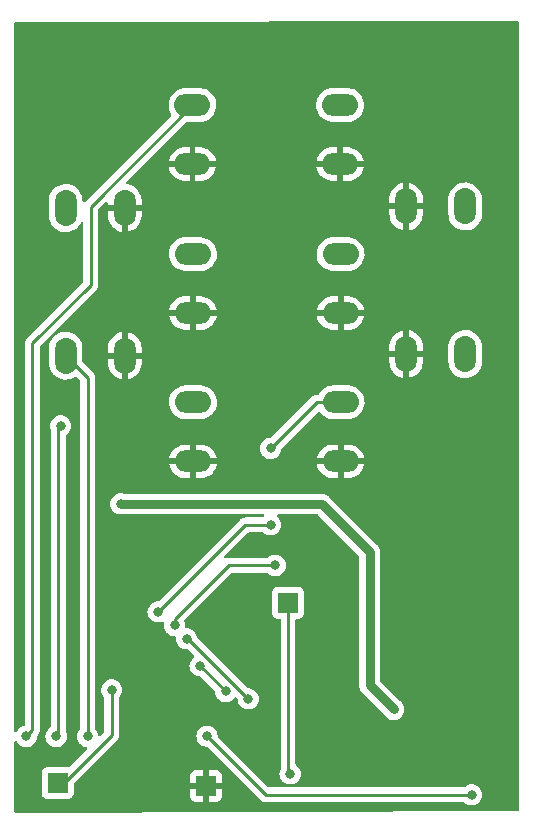
<source format=gbl>
%TF.GenerationSoftware,KiCad,Pcbnew,7.0.10*%
%TF.CreationDate,2024-03-22T23:10:46-04:00*%
%TF.ProjectId,Remote PCB,52656d6f-7465-4205-9043-422e6b696361,rev?*%
%TF.SameCoordinates,Original*%
%TF.FileFunction,Copper,L2,Bot*%
%TF.FilePolarity,Positive*%
%FSLAX46Y46*%
G04 Gerber Fmt 4.6, Leading zero omitted, Abs format (unit mm)*
G04 Created by KiCad (PCBNEW 7.0.10) date 2024-03-22 23:10:46*
%MOMM*%
%LPD*%
G01*
G04 APERTURE LIST*
%TA.AperFunction,ComponentPad*%
%ADD10O,3.048000X1.850000*%
%TD*%
%TA.AperFunction,ComponentPad*%
%ADD11O,1.850000X3.048000*%
%TD*%
%TA.AperFunction,ComponentPad*%
%ADD12R,1.700000X1.700000*%
%TD*%
%TA.AperFunction,ViaPad*%
%ADD13C,0.800000*%
%TD*%
%TA.AperFunction,Conductor*%
%ADD14C,0.750000*%
%TD*%
%TA.AperFunction,Conductor*%
%ADD15C,0.250000*%
%TD*%
G04 APERTURE END LIST*
D10*
%TO.P,SW3,1,1*%
%TO.N,DOWN*%
X27198000Y-44109000D03*
X39698000Y-44109000D03*
%TO.P,SW3,2,2*%
%TO.N,GND*%
X27198000Y-49109000D03*
X39698000Y-49109000D03*
%TD*%
%TO.P,SW2,1,1*%
%TO.N,STOP*%
X27198000Y-31548000D03*
X39698000Y-31548000D03*
%TO.P,SW2,2,2*%
%TO.N,GND*%
X27198000Y-36548000D03*
X39698000Y-36548000D03*
%TD*%
D11*
%TO.P,SW5,1,1*%
%TO.N,GND*%
X45252000Y-40022000D03*
X45252000Y-27522000D03*
%TO.P,SW5,2,2*%
%TO.N,RIGHT*%
X50252000Y-40022000D03*
X50252000Y-27522000D03*
%TD*%
D12*
%TO.P,VBATT,1,Pin_1*%
%TO.N,VBATT*%
X15748000Y-76327000D03*
%TD*%
%TO.P,GND,1,Pin_1*%
%TO.N,GND*%
X28321000Y-76581000D03*
%TD*%
D10*
%TO.P,SW1,1,1*%
%TO.N,UP*%
X27161000Y-18923000D03*
X39661000Y-18923000D03*
%TO.P,SW1,2,2*%
%TO.N,GND*%
X27161000Y-23923000D03*
X39661000Y-23923000D03*
%TD*%
D11*
%TO.P,SW4,1,1*%
%TO.N,LEFT*%
X16423000Y-40149000D03*
X16423000Y-27649000D03*
%TO.P,SW4,2,2*%
%TO.N,GND*%
X21423000Y-40149000D03*
X21423000Y-27649000D03*
%TD*%
D12*
%TO.P,IRQ,1,Pin_1*%
%TO.N,IRQ*%
X35256000Y-61070000D03*
%TD*%
D13*
%TO.N,GND*%
X27178000Y-68834000D03*
X30607000Y-62865000D03*
X24384000Y-58420000D03*
%TO.N,+3V3*%
X21082000Y-52705000D03*
X44196000Y-70104000D03*
%TO.N,MOSI*%
X26670000Y-64135000D03*
X31877000Y-69215000D03*
%TO.N,MISO*%
X27813000Y-66421000D03*
X29972000Y-68580000D03*
%TO.N,IRQ*%
X35433000Y-75565000D03*
%TO.N,VBATT*%
X20320000Y-68453000D03*
%TO.N,RST*%
X28392000Y-72381000D03*
X50800000Y-77343000D03*
%TO.N,UP*%
X13081000Y-72390000D03*
%TO.N,STOP*%
X15621000Y-72390000D03*
X16002000Y-46101000D03*
%TO.N,DOWN*%
X33782000Y-48006000D03*
X24257000Y-61849000D03*
X33782000Y-54483000D03*
%TO.N,LEFT*%
X18288000Y-72390000D03*
%TO.N,RIGHT*%
X34163000Y-57912000D03*
X25654000Y-62992000D03*
%TD*%
D14*
%TO.N,+3V3*%
X42164000Y-68072000D02*
X42164000Y-56769000D01*
X38100000Y-52705000D02*
X21082000Y-52705000D01*
X44196000Y-70104000D02*
X42164000Y-68072000D01*
X42164000Y-56769000D02*
X38100000Y-52705000D01*
D15*
%TO.N,MOSI*%
X31877000Y-69215000D02*
X26797000Y-64135000D01*
X26797000Y-64135000D02*
X26670000Y-64135000D01*
%TO.N,MISO*%
X29972000Y-68580000D02*
X27813000Y-66421000D01*
%TO.N,IRQ*%
X35256000Y-75388000D02*
X35256000Y-61070000D01*
X35433000Y-75565000D02*
X35256000Y-75388000D01*
%TO.N,VBATT*%
X20320000Y-68453000D02*
X20320000Y-72263000D01*
X16256000Y-76327000D02*
X15748000Y-76327000D01*
X20320000Y-72263000D02*
X16256000Y-76327000D01*
%TO.N,RST*%
X33354000Y-77343000D02*
X28392000Y-72381000D01*
X50800000Y-77343000D02*
X33354000Y-77343000D01*
%TO.N,UP*%
X13589000Y-71882000D02*
X13081000Y-72390000D01*
X27161000Y-18923000D02*
X18542000Y-27542000D01*
X18542000Y-27542000D02*
X18542000Y-34163000D01*
X13589000Y-39116000D02*
X13589000Y-71882000D01*
X18542000Y-34163000D02*
X13589000Y-39116000D01*
%TO.N,STOP*%
X16002000Y-46101000D02*
X15802000Y-46301000D01*
X15802000Y-46301000D02*
X15802000Y-72209000D01*
X15802000Y-72209000D02*
X15621000Y-72390000D01*
%TO.N,DOWN*%
X24257000Y-61849000D02*
X31623000Y-54483000D01*
X33782000Y-48006000D02*
X37679000Y-44109000D01*
X31623000Y-54483000D02*
X33782000Y-54483000D01*
X37679000Y-44109000D02*
X39698000Y-44109000D01*
%TO.N,LEFT*%
X18288000Y-42014000D02*
X16346000Y-40072000D01*
X18288000Y-72390000D02*
X18288000Y-42014000D01*
%TO.N,RIGHT*%
X25654000Y-62484000D02*
X30226000Y-57912000D01*
X30226000Y-57912000D02*
X34163000Y-57912000D01*
X25654000Y-62992000D02*
X25654000Y-62484000D01*
%TD*%
%TA.AperFunction,Conductor*%
%TO.N,GND*%
G36*
X12188631Y-11937634D02*
G01*
X12188629Y-11937634D01*
X12436447Y-11936900D01*
X12188631Y-11937634D01*
G37*
%TD.AperFunction*%
%TA.AperFunction,Conductor*%
G36*
X54689140Y-11811893D02*
G01*
X12436447Y-11936900D01*
X54689137Y-11811892D01*
X54689140Y-11811893D01*
G37*
%TD.AperFunction*%
%TD*%
%TA.AperFunction,Conductor*%
%TO.N,GND*%
G36*
X54756231Y-11831377D02*
G01*
X54802141Y-11884045D01*
X54813500Y-11935890D01*
X54813500Y-78598868D01*
X54793815Y-78665907D01*
X54741011Y-78711662D01*
X54689868Y-78722867D01*
X12189368Y-78848981D01*
X12122270Y-78829496D01*
X12076359Y-78776828D01*
X12065000Y-78724982D01*
X12065000Y-77224870D01*
X14397500Y-77224870D01*
X14397501Y-77224876D01*
X14403908Y-77284483D01*
X14454202Y-77419328D01*
X14454206Y-77419335D01*
X14540452Y-77534544D01*
X14540455Y-77534547D01*
X14655664Y-77620793D01*
X14655671Y-77620797D01*
X14790517Y-77671091D01*
X14790516Y-77671091D01*
X14797444Y-77671835D01*
X14850127Y-77677500D01*
X16645872Y-77677499D01*
X16705483Y-77671091D01*
X16840331Y-77620796D01*
X16955546Y-77534546D01*
X16997245Y-77478844D01*
X26971000Y-77478844D01*
X26977401Y-77538372D01*
X26977403Y-77538379D01*
X27027645Y-77673086D01*
X27027649Y-77673093D01*
X27113809Y-77788187D01*
X27113812Y-77788190D01*
X27228906Y-77874350D01*
X27228913Y-77874354D01*
X27363620Y-77924596D01*
X27363627Y-77924598D01*
X27423155Y-77930999D01*
X27423172Y-77931000D01*
X28071000Y-77931000D01*
X28071000Y-77016501D01*
X28178685Y-77065680D01*
X28285237Y-77081000D01*
X28356763Y-77081000D01*
X28463315Y-77065680D01*
X28571000Y-77016501D01*
X28571000Y-77931000D01*
X29218828Y-77931000D01*
X29218844Y-77930999D01*
X29278372Y-77924598D01*
X29278379Y-77924596D01*
X29413086Y-77874354D01*
X29413093Y-77874350D01*
X29528187Y-77788190D01*
X29528190Y-77788187D01*
X29614350Y-77673093D01*
X29614354Y-77673086D01*
X29664596Y-77538379D01*
X29664598Y-77538372D01*
X29670999Y-77478844D01*
X29671000Y-77478827D01*
X29671000Y-76831000D01*
X28754686Y-76831000D01*
X28780493Y-76790844D01*
X28821000Y-76652889D01*
X28821000Y-76509111D01*
X28780493Y-76371156D01*
X28754686Y-76331000D01*
X29671000Y-76331000D01*
X29671000Y-75683172D01*
X29670999Y-75683155D01*
X29664598Y-75623627D01*
X29664596Y-75623620D01*
X29614354Y-75488913D01*
X29614350Y-75488906D01*
X29528190Y-75373812D01*
X29528187Y-75373809D01*
X29413093Y-75287649D01*
X29413086Y-75287645D01*
X29278379Y-75237403D01*
X29278372Y-75237401D01*
X29218844Y-75231000D01*
X28571000Y-75231000D01*
X28571000Y-76145498D01*
X28463315Y-76096320D01*
X28356763Y-76081000D01*
X28285237Y-76081000D01*
X28178685Y-76096320D01*
X28071000Y-76145498D01*
X28071000Y-75231000D01*
X27423155Y-75231000D01*
X27363627Y-75237401D01*
X27363620Y-75237403D01*
X27228913Y-75287645D01*
X27228906Y-75287649D01*
X27113812Y-75373809D01*
X27113809Y-75373812D01*
X27027649Y-75488906D01*
X27027645Y-75488913D01*
X26977403Y-75623620D01*
X26977401Y-75623627D01*
X26971000Y-75683155D01*
X26971000Y-76331000D01*
X27887314Y-76331000D01*
X27861507Y-76371156D01*
X27821000Y-76509111D01*
X27821000Y-76652889D01*
X27861507Y-76790844D01*
X27887314Y-76831000D01*
X26971000Y-76831000D01*
X26971000Y-77478844D01*
X16997245Y-77478844D01*
X17041796Y-77419331D01*
X17092091Y-77284483D01*
X17098500Y-77224873D01*
X17098499Y-76420450D01*
X17118183Y-76353412D01*
X17134813Y-76332775D01*
X20703788Y-72763801D01*
X20716042Y-72753986D01*
X20715859Y-72753764D01*
X20721868Y-72748791D01*
X20721877Y-72748786D01*
X20767949Y-72699722D01*
X20770566Y-72697023D01*
X20790120Y-72677471D01*
X20792576Y-72674303D01*
X20800156Y-72665427D01*
X20830062Y-72633582D01*
X20839715Y-72616020D01*
X20850389Y-72599770D01*
X20862673Y-72583936D01*
X20880019Y-72543850D01*
X20885157Y-72533362D01*
X20893356Y-72518450D01*
X20906197Y-72495092D01*
X20911177Y-72475691D01*
X20917478Y-72457288D01*
X20925438Y-72438896D01*
X20932272Y-72395741D01*
X20934635Y-72384331D01*
X20935490Y-72381000D01*
X27486540Y-72381000D01*
X27506326Y-72569256D01*
X27506327Y-72569259D01*
X27564818Y-72749277D01*
X27564821Y-72749284D01*
X27659467Y-72913216D01*
X27667571Y-72922216D01*
X27786129Y-73053888D01*
X27939265Y-73165148D01*
X27939270Y-73165151D01*
X28112192Y-73242142D01*
X28112197Y-73242144D01*
X28297354Y-73281500D01*
X28356548Y-73281500D01*
X28423587Y-73301185D01*
X28444229Y-73317819D01*
X32853194Y-77726784D01*
X32863019Y-77739048D01*
X32863240Y-77738866D01*
X32868210Y-77744874D01*
X32917239Y-77790915D01*
X32920036Y-77793626D01*
X32939530Y-77813120D01*
X32942695Y-77815575D01*
X32951571Y-77823156D01*
X32983418Y-77853062D01*
X32983422Y-77853064D01*
X33000973Y-77862713D01*
X33017231Y-77873392D01*
X33033064Y-77885674D01*
X33068410Y-77900968D01*
X33073155Y-77903022D01*
X33083635Y-77908155D01*
X33121908Y-77929197D01*
X33141312Y-77934179D01*
X33159710Y-77940478D01*
X33178105Y-77948438D01*
X33221254Y-77955271D01*
X33232680Y-77957638D01*
X33274981Y-77968500D01*
X33295016Y-77968500D01*
X33314413Y-77970026D01*
X33334196Y-77973160D01*
X33377675Y-77969050D01*
X33389344Y-77968500D01*
X50096252Y-77968500D01*
X50163291Y-77988185D01*
X50188400Y-78009526D01*
X50194126Y-78015885D01*
X50194130Y-78015889D01*
X50347265Y-78127148D01*
X50347270Y-78127151D01*
X50520192Y-78204142D01*
X50520197Y-78204144D01*
X50705354Y-78243500D01*
X50705355Y-78243500D01*
X50894644Y-78243500D01*
X50894646Y-78243500D01*
X51079803Y-78204144D01*
X51252730Y-78127151D01*
X51405871Y-78015888D01*
X51532533Y-77875216D01*
X51627179Y-77711284D01*
X51685674Y-77531256D01*
X51705460Y-77343000D01*
X51685674Y-77154744D01*
X51627179Y-76974716D01*
X51532533Y-76810784D01*
X51405871Y-76670112D01*
X51405870Y-76670111D01*
X51252734Y-76558851D01*
X51252729Y-76558848D01*
X51079807Y-76481857D01*
X51079802Y-76481855D01*
X50934001Y-76450865D01*
X50894646Y-76442500D01*
X50705354Y-76442500D01*
X50672897Y-76449398D01*
X50520197Y-76481855D01*
X50520192Y-76481857D01*
X50347270Y-76558848D01*
X50347265Y-76558851D01*
X50194130Y-76670110D01*
X50194126Y-76670114D01*
X50188400Y-76676474D01*
X50128913Y-76713121D01*
X50096252Y-76717500D01*
X33664452Y-76717500D01*
X33597413Y-76697815D01*
X33576771Y-76681181D01*
X29330960Y-72435369D01*
X29297475Y-72374046D01*
X29295323Y-72360668D01*
X29277674Y-72192744D01*
X29219179Y-72012716D01*
X29124533Y-71848784D01*
X28997871Y-71708112D01*
X28974748Y-71691312D01*
X28844734Y-71596851D01*
X28844729Y-71596848D01*
X28671807Y-71519857D01*
X28671802Y-71519855D01*
X28526001Y-71488865D01*
X28486646Y-71480500D01*
X28297354Y-71480500D01*
X28264897Y-71487398D01*
X28112197Y-71519855D01*
X28112192Y-71519857D01*
X27939270Y-71596848D01*
X27939265Y-71596851D01*
X27786129Y-71708111D01*
X27659466Y-71848785D01*
X27564821Y-72012715D01*
X27564818Y-72012722D01*
X27519449Y-72152355D01*
X27506326Y-72192744D01*
X27486540Y-72381000D01*
X20935490Y-72381000D01*
X20945500Y-72342019D01*
X20945500Y-72321983D01*
X20947027Y-72302582D01*
X20947940Y-72296818D01*
X20950160Y-72282804D01*
X20946050Y-72239324D01*
X20945500Y-72227655D01*
X20945500Y-69151687D01*
X20965185Y-69084648D01*
X20977350Y-69068715D01*
X20995891Y-69048122D01*
X21052533Y-68985216D01*
X21147179Y-68821284D01*
X21205674Y-68641256D01*
X21225460Y-68453000D01*
X21205674Y-68264744D01*
X21147179Y-68084716D01*
X21052533Y-67920784D01*
X20925871Y-67780112D01*
X20925870Y-67780111D01*
X20772734Y-67668851D01*
X20772729Y-67668848D01*
X20599807Y-67591857D01*
X20599802Y-67591855D01*
X20454001Y-67560865D01*
X20414646Y-67552500D01*
X20225354Y-67552500D01*
X20192897Y-67559398D01*
X20040197Y-67591855D01*
X20040192Y-67591857D01*
X19867270Y-67668848D01*
X19867265Y-67668851D01*
X19714129Y-67780111D01*
X19587466Y-67920785D01*
X19492821Y-68084715D01*
X19492818Y-68084722D01*
X19461822Y-68180120D01*
X19434326Y-68264744D01*
X19414540Y-68453000D01*
X19434326Y-68641256D01*
X19434327Y-68641259D01*
X19492818Y-68821277D01*
X19492821Y-68821284D01*
X19587467Y-68985216D01*
X19624856Y-69026740D01*
X19662650Y-69068715D01*
X19692880Y-69131706D01*
X19694500Y-69151687D01*
X19694500Y-71952547D01*
X19674815Y-72019586D01*
X19658181Y-72040228D01*
X19388219Y-72310189D01*
X19326896Y-72343674D01*
X19257204Y-72338690D01*
X19201271Y-72296818D01*
X19177218Y-72235471D01*
X19173674Y-72201744D01*
X19115179Y-72021716D01*
X19020533Y-71857784D01*
X19010515Y-71846658D01*
X18945350Y-71774284D01*
X18915120Y-71711292D01*
X18913500Y-71691312D01*
X18913500Y-52705000D01*
X20176540Y-52705000D01*
X20196326Y-52893256D01*
X20196327Y-52893259D01*
X20254818Y-53073277D01*
X20254821Y-53073284D01*
X20349467Y-53237216D01*
X20476129Y-53377888D01*
X20629265Y-53489148D01*
X20629270Y-53489151D01*
X20802192Y-53566142D01*
X20802197Y-53566144D01*
X20987354Y-53605500D01*
X20987355Y-53605500D01*
X21176645Y-53605500D01*
X21176646Y-53605500D01*
X21281513Y-53583209D01*
X21307294Y-53580500D01*
X33110530Y-53580500D01*
X33177569Y-53600185D01*
X33223324Y-53652989D01*
X33233268Y-53722147D01*
X33204243Y-53785703D01*
X33183417Y-53804817D01*
X33176128Y-53810112D01*
X33176126Y-53810114D01*
X33170400Y-53816474D01*
X33110913Y-53853121D01*
X33078252Y-53857500D01*
X31705738Y-53857500D01*
X31690121Y-53855776D01*
X31690094Y-53856062D01*
X31682332Y-53855327D01*
X31615145Y-53857439D01*
X31611251Y-53857500D01*
X31583650Y-53857500D01*
X31579962Y-53857965D01*
X31579649Y-53858005D01*
X31568031Y-53858918D01*
X31524373Y-53860290D01*
X31524372Y-53860290D01*
X31505129Y-53865881D01*
X31486079Y-53869825D01*
X31466211Y-53872334D01*
X31466210Y-53872334D01*
X31425599Y-53888413D01*
X31414554Y-53892194D01*
X31372614Y-53904379D01*
X31372610Y-53904381D01*
X31355366Y-53914579D01*
X31337905Y-53923133D01*
X31319274Y-53930510D01*
X31319262Y-53930517D01*
X31283933Y-53956185D01*
X31274173Y-53962596D01*
X31236580Y-53984829D01*
X31222414Y-53998995D01*
X31207624Y-54011627D01*
X31191414Y-54023404D01*
X31191411Y-54023407D01*
X31163573Y-54057058D01*
X31155711Y-54065697D01*
X24309228Y-60912181D01*
X24247905Y-60945666D01*
X24221547Y-60948500D01*
X24162354Y-60948500D01*
X24129897Y-60955398D01*
X23977197Y-60987855D01*
X23977192Y-60987857D01*
X23804270Y-61064848D01*
X23804265Y-61064851D01*
X23651129Y-61176111D01*
X23524466Y-61316785D01*
X23429821Y-61480715D01*
X23429818Y-61480722D01*
X23371327Y-61660740D01*
X23371326Y-61660744D01*
X23351540Y-61849000D01*
X23371326Y-62037256D01*
X23371327Y-62037259D01*
X23429818Y-62217277D01*
X23429821Y-62217284D01*
X23524467Y-62381216D01*
X23638501Y-62507863D01*
X23651129Y-62521888D01*
X23804265Y-62633148D01*
X23804270Y-62633151D01*
X23977192Y-62710142D01*
X23977197Y-62710144D01*
X24162354Y-62749500D01*
X24162355Y-62749500D01*
X24351644Y-62749500D01*
X24351646Y-62749500D01*
X24536803Y-62710144D01*
X24593807Y-62684763D01*
X24663055Y-62675478D01*
X24726332Y-62705106D01*
X24763546Y-62764240D01*
X24767562Y-62811003D01*
X24748540Y-62992000D01*
X24768326Y-63180256D01*
X24768327Y-63180259D01*
X24826818Y-63360277D01*
X24826821Y-63360284D01*
X24921467Y-63524216D01*
X24992211Y-63602785D01*
X25048129Y-63664888D01*
X25201265Y-63776148D01*
X25201270Y-63776151D01*
X25374192Y-63853142D01*
X25374197Y-63853144D01*
X25559354Y-63892500D01*
X25559355Y-63892500D01*
X25652312Y-63892500D01*
X25719351Y-63912185D01*
X25765106Y-63964989D01*
X25775632Y-64029459D01*
X25764540Y-64135000D01*
X25784326Y-64323256D01*
X25784327Y-64323259D01*
X25842818Y-64503277D01*
X25842821Y-64503284D01*
X25937467Y-64667216D01*
X26064129Y-64807888D01*
X26217265Y-64919148D01*
X26217270Y-64919151D01*
X26390192Y-64996142D01*
X26390197Y-64996144D01*
X26575354Y-65035500D01*
X26575355Y-65035500D01*
X26761548Y-65035500D01*
X26828587Y-65055185D01*
X26849229Y-65071819D01*
X27288878Y-65511468D01*
X27322363Y-65572791D01*
X27317379Y-65642483D01*
X27275507Y-65698416D01*
X27274083Y-65699467D01*
X27207127Y-65748113D01*
X27080466Y-65888785D01*
X26985821Y-66052715D01*
X26985818Y-66052722D01*
X26927327Y-66232740D01*
X26927326Y-66232744D01*
X26907540Y-66421000D01*
X26927326Y-66609256D01*
X26927327Y-66609259D01*
X26985818Y-66789277D01*
X26985821Y-66789284D01*
X27080467Y-66953216D01*
X27207129Y-67093888D01*
X27360265Y-67205148D01*
X27360270Y-67205151D01*
X27533192Y-67282142D01*
X27533197Y-67282144D01*
X27718354Y-67321500D01*
X27777548Y-67321500D01*
X27844587Y-67341185D01*
X27865229Y-67357819D01*
X29033038Y-68525629D01*
X29066523Y-68586952D01*
X29068678Y-68600348D01*
X29072978Y-68641256D01*
X29086326Y-68768256D01*
X29086327Y-68768259D01*
X29144818Y-68948277D01*
X29144821Y-68948284D01*
X29239467Y-69112216D01*
X29338274Y-69221952D01*
X29366129Y-69252888D01*
X29519265Y-69364148D01*
X29519270Y-69364151D01*
X29692192Y-69441142D01*
X29692197Y-69441144D01*
X29877354Y-69480500D01*
X29877355Y-69480500D01*
X30066644Y-69480500D01*
X30066646Y-69480500D01*
X30251803Y-69441144D01*
X30424730Y-69364151D01*
X30577871Y-69252888D01*
X30704533Y-69112216D01*
X30704534Y-69112212D01*
X30704794Y-69111925D01*
X30764280Y-69075276D01*
X30834137Y-69076606D01*
X30884625Y-69107216D01*
X30938038Y-69160629D01*
X30971523Y-69221952D01*
X30973678Y-69235348D01*
X30975522Y-69252888D01*
X30991326Y-69403256D01*
X30991327Y-69403259D01*
X31049818Y-69583277D01*
X31049821Y-69583284D01*
X31144467Y-69747216D01*
X31271129Y-69887888D01*
X31424265Y-69999148D01*
X31424270Y-69999151D01*
X31597192Y-70076142D01*
X31597197Y-70076144D01*
X31782354Y-70115500D01*
X31782355Y-70115500D01*
X31971644Y-70115500D01*
X31971646Y-70115500D01*
X32156803Y-70076144D01*
X32329730Y-69999151D01*
X32482871Y-69887888D01*
X32609533Y-69747216D01*
X32704179Y-69583284D01*
X32762674Y-69403256D01*
X32782460Y-69215000D01*
X32762674Y-69026744D01*
X32704179Y-68846716D01*
X32609533Y-68682784D01*
X32482871Y-68542112D01*
X32482870Y-68542111D01*
X32329734Y-68430851D01*
X32329729Y-68430848D01*
X32156807Y-68353857D01*
X32156802Y-68353855D01*
X32011001Y-68322865D01*
X31971646Y-68314500D01*
X31971645Y-68314500D01*
X31912452Y-68314500D01*
X31845413Y-68294815D01*
X31824771Y-68278181D01*
X27594045Y-64047454D01*
X27560560Y-63986131D01*
X27558405Y-63972731D01*
X27555674Y-63946745D01*
X27497181Y-63766722D01*
X27497180Y-63766721D01*
X27497179Y-63766716D01*
X27402533Y-63602784D01*
X27275871Y-63462112D01*
X27275870Y-63462111D01*
X27122734Y-63350851D01*
X27122729Y-63350848D01*
X26949807Y-63273857D01*
X26949802Y-63273855D01*
X26804001Y-63242865D01*
X26764646Y-63234500D01*
X26671688Y-63234500D01*
X26604649Y-63214815D01*
X26558894Y-63162011D01*
X26548367Y-63097540D01*
X26559460Y-62992000D01*
X26539674Y-62803744D01*
X26484474Y-62633859D01*
X26482480Y-62564022D01*
X26514723Y-62507865D01*
X27054718Y-61967870D01*
X33905500Y-61967870D01*
X33905501Y-61967876D01*
X33911908Y-62027483D01*
X33962202Y-62162328D01*
X33962206Y-62162335D01*
X34048452Y-62277544D01*
X34048455Y-62277547D01*
X34163664Y-62363793D01*
X34163671Y-62363797D01*
X34208618Y-62380561D01*
X34298517Y-62414091D01*
X34358127Y-62420500D01*
X34506500Y-62420499D01*
X34573539Y-62440183D01*
X34619294Y-62492987D01*
X34630500Y-62544499D01*
X34630500Y-75120743D01*
X34613889Y-75182740D01*
X34605821Y-75196714D01*
X34547327Y-75376740D01*
X34547326Y-75376744D01*
X34527540Y-75565000D01*
X34547326Y-75753256D01*
X34547327Y-75753259D01*
X34605818Y-75933277D01*
X34605821Y-75933284D01*
X34700467Y-76097216D01*
X34753440Y-76156048D01*
X34827129Y-76237888D01*
X34980265Y-76349148D01*
X34980270Y-76349151D01*
X35153192Y-76426142D01*
X35153197Y-76426144D01*
X35338354Y-76465500D01*
X35338355Y-76465500D01*
X35527644Y-76465500D01*
X35527646Y-76465500D01*
X35712803Y-76426144D01*
X35885730Y-76349151D01*
X36038871Y-76237888D01*
X36165533Y-76097216D01*
X36260179Y-75933284D01*
X36318674Y-75753256D01*
X36338460Y-75565000D01*
X36318674Y-75376744D01*
X36260179Y-75196716D01*
X36165533Y-75032784D01*
X36038871Y-74892112D01*
X35932614Y-74814912D01*
X35889949Y-74759582D01*
X35881500Y-74714594D01*
X35881500Y-62544499D01*
X35901185Y-62477460D01*
X35953989Y-62431705D01*
X36005500Y-62420499D01*
X36153871Y-62420499D01*
X36153872Y-62420499D01*
X36213483Y-62414091D01*
X36348331Y-62363796D01*
X36463546Y-62277546D01*
X36549796Y-62162331D01*
X36600091Y-62027483D01*
X36606500Y-61967873D01*
X36606499Y-60172128D01*
X36600091Y-60112517D01*
X36549796Y-59977669D01*
X36549795Y-59977668D01*
X36549793Y-59977664D01*
X36463547Y-59862455D01*
X36463544Y-59862452D01*
X36348335Y-59776206D01*
X36348328Y-59776202D01*
X36213482Y-59725908D01*
X36213483Y-59725908D01*
X36153883Y-59719501D01*
X36153881Y-59719500D01*
X36153873Y-59719500D01*
X36153864Y-59719500D01*
X34358129Y-59719500D01*
X34358123Y-59719501D01*
X34298516Y-59725908D01*
X34163671Y-59776202D01*
X34163664Y-59776206D01*
X34048455Y-59862452D01*
X34048452Y-59862455D01*
X33962206Y-59977664D01*
X33962202Y-59977671D01*
X33911908Y-60112517D01*
X33905501Y-60172116D01*
X33905501Y-60172123D01*
X33905500Y-60172135D01*
X33905500Y-61967870D01*
X27054718Y-61967870D01*
X30448772Y-58573819D01*
X30510095Y-58540334D01*
X30536453Y-58537500D01*
X33459252Y-58537500D01*
X33526291Y-58557185D01*
X33551400Y-58578526D01*
X33557126Y-58584885D01*
X33557130Y-58584889D01*
X33710265Y-58696148D01*
X33710270Y-58696151D01*
X33883192Y-58773142D01*
X33883197Y-58773144D01*
X34068354Y-58812500D01*
X34068355Y-58812500D01*
X34257644Y-58812500D01*
X34257646Y-58812500D01*
X34442803Y-58773144D01*
X34615730Y-58696151D01*
X34768871Y-58584888D01*
X34895533Y-58444216D01*
X34990179Y-58280284D01*
X35048674Y-58100256D01*
X35068460Y-57912000D01*
X35048674Y-57723744D01*
X34990179Y-57543716D01*
X34895533Y-57379784D01*
X34768871Y-57239112D01*
X34768870Y-57239111D01*
X34615734Y-57127851D01*
X34615729Y-57127848D01*
X34442807Y-57050857D01*
X34442802Y-57050855D01*
X34297001Y-57019865D01*
X34257646Y-57011500D01*
X34068354Y-57011500D01*
X34035897Y-57018398D01*
X33883197Y-57050855D01*
X33883192Y-57050857D01*
X33710270Y-57127848D01*
X33710265Y-57127851D01*
X33557130Y-57239110D01*
X33557126Y-57239114D01*
X33551400Y-57245474D01*
X33491913Y-57282121D01*
X33459252Y-57286500D01*
X30308737Y-57286500D01*
X30293120Y-57284776D01*
X30293093Y-57285062D01*
X30285331Y-57284327D01*
X30218144Y-57286439D01*
X30214250Y-57286500D01*
X30186650Y-57286500D01*
X30182962Y-57286965D01*
X30182649Y-57287005D01*
X30171031Y-57287918D01*
X30127372Y-57289290D01*
X30127369Y-57289291D01*
X30108126Y-57294881D01*
X30089083Y-57298825D01*
X30069204Y-57301336D01*
X30069203Y-57301337D01*
X30028593Y-57317415D01*
X30017545Y-57321198D01*
X29990596Y-57329028D01*
X29920727Y-57328830D01*
X29862056Y-57290889D01*
X29833212Y-57227251D01*
X29843351Y-57158121D01*
X29868314Y-57122275D01*
X31845772Y-55144819D01*
X31907095Y-55111334D01*
X31933453Y-55108500D01*
X33078252Y-55108500D01*
X33145291Y-55128185D01*
X33170400Y-55149526D01*
X33176126Y-55155885D01*
X33176130Y-55155889D01*
X33329265Y-55267148D01*
X33329270Y-55267151D01*
X33502192Y-55344142D01*
X33502197Y-55344144D01*
X33687354Y-55383500D01*
X33687355Y-55383500D01*
X33876644Y-55383500D01*
X33876646Y-55383500D01*
X34061803Y-55344144D01*
X34234730Y-55267151D01*
X34387871Y-55155888D01*
X34514533Y-55015216D01*
X34609179Y-54851284D01*
X34667674Y-54671256D01*
X34687460Y-54483000D01*
X34667674Y-54294744D01*
X34609179Y-54114716D01*
X34514533Y-53950784D01*
X34387871Y-53810112D01*
X34380582Y-53804816D01*
X34337918Y-53749487D01*
X34331940Y-53679873D01*
X34364547Y-53618079D01*
X34425386Y-53583722D01*
X34453470Y-53580500D01*
X37685994Y-53580500D01*
X37753033Y-53600185D01*
X37773675Y-53616819D01*
X41252181Y-57095325D01*
X41285666Y-57156648D01*
X41288500Y-57183006D01*
X41288500Y-68031378D01*
X41288091Y-68041442D01*
X41283660Y-68095845D01*
X41294688Y-68176790D01*
X41295096Y-68180120D01*
X41303927Y-68261316D01*
X41303929Y-68261327D01*
X41303990Y-68261506D01*
X41309340Y-68284331D01*
X41309366Y-68284525D01*
X41309369Y-68284537D01*
X41337540Y-68361219D01*
X41338655Y-68364385D01*
X41364731Y-68441776D01*
X41364734Y-68441782D01*
X41364832Y-68441945D01*
X41374969Y-68463099D01*
X41375036Y-68463283D01*
X41375040Y-68463290D01*
X41419046Y-68532139D01*
X41420809Y-68534981D01*
X41425099Y-68542111D01*
X41462912Y-68604955D01*
X41463042Y-68605092D01*
X41477492Y-68623575D01*
X41477600Y-68623744D01*
X41535395Y-68681539D01*
X41537702Y-68683910D01*
X41593866Y-68743203D01*
X41593868Y-68743204D01*
X41593871Y-68743207D01*
X41594028Y-68743314D01*
X41612121Y-68758265D01*
X43415579Y-70561723D01*
X43435285Y-70587404D01*
X43463465Y-70636214D01*
X43590129Y-70776888D01*
X43743265Y-70888148D01*
X43743270Y-70888151D01*
X43916192Y-70965142D01*
X43916197Y-70965144D01*
X44101354Y-71004500D01*
X44101355Y-71004500D01*
X44290644Y-71004500D01*
X44290646Y-71004500D01*
X44475803Y-70965144D01*
X44648730Y-70888151D01*
X44801871Y-70776888D01*
X44928533Y-70636216D01*
X45023179Y-70472284D01*
X45081674Y-70292256D01*
X45101460Y-70104000D01*
X45081674Y-69915744D01*
X45023179Y-69735716D01*
X44928533Y-69571784D01*
X44801871Y-69431112D01*
X44763530Y-69403256D01*
X44661243Y-69328940D01*
X44646447Y-69316303D01*
X43075819Y-67745675D01*
X43042334Y-67684352D01*
X43039500Y-67657994D01*
X43039500Y-56809629D01*
X43039909Y-56799564D01*
X43044340Y-56745152D01*
X43033302Y-56664145D01*
X43032899Y-56660849D01*
X43024073Y-56579685D01*
X43024015Y-56579513D01*
X43018656Y-56556649D01*
X43018631Y-56556463D01*
X42990462Y-56479790D01*
X42989346Y-56476620D01*
X42963269Y-56399223D01*
X42963266Y-56399218D01*
X42963172Y-56399061D01*
X42953025Y-56377887D01*
X42952960Y-56377710D01*
X42908959Y-56308871D01*
X42907188Y-56306016D01*
X42865091Y-56236049D01*
X42865090Y-56236048D01*
X42865089Y-56236046D01*
X42864955Y-56235904D01*
X42850504Y-56217419D01*
X42850400Y-56217256D01*
X42792658Y-56159514D01*
X42790316Y-56157109D01*
X42789939Y-56156711D01*
X42734129Y-56097793D01*
X42733970Y-56097685D01*
X42715877Y-56082733D01*
X38747793Y-52114649D01*
X38740979Y-52107258D01*
X38705631Y-52065643D01*
X38705630Y-52065642D01*
X38640607Y-52016213D01*
X38637961Y-52014144D01*
X38574302Y-51962973D01*
X38574294Y-51962968D01*
X38574120Y-51962882D01*
X38554182Y-51950514D01*
X38554029Y-51950398D01*
X38479897Y-51916100D01*
X38476872Y-51914650D01*
X38403700Y-51878362D01*
X38403696Y-51878360D01*
X38403693Y-51878359D01*
X38403687Y-51878357D01*
X38403680Y-51878355D01*
X38403488Y-51878307D01*
X38381385Y-51870525D01*
X38381198Y-51870438D01*
X38381195Y-51870437D01*
X38301412Y-51852875D01*
X38298145Y-51852109D01*
X38218887Y-51832399D01*
X38218689Y-51832394D01*
X38195413Y-51829543D01*
X38195222Y-51829501D01*
X38195219Y-51829500D01*
X38195216Y-51829500D01*
X38195212Y-51829500D01*
X38113537Y-51829500D01*
X38110179Y-51829455D01*
X38028527Y-51827243D01*
X38028345Y-51827278D01*
X38004977Y-51829500D01*
X21307294Y-51829500D01*
X21281513Y-51826790D01*
X21176646Y-51804500D01*
X20987354Y-51804500D01*
X20954897Y-51811398D01*
X20802197Y-51843855D01*
X20802192Y-51843857D01*
X20629270Y-51920848D01*
X20629265Y-51920851D01*
X20476129Y-52032111D01*
X20349466Y-52172785D01*
X20254821Y-52336715D01*
X20254818Y-52336722D01*
X20196327Y-52516740D01*
X20196326Y-52516744D01*
X20176540Y-52705000D01*
X18913500Y-52705000D01*
X18913500Y-48858999D01*
X25194377Y-48858999D01*
X25194378Y-48859000D01*
X26597272Y-48859000D01*
X26574900Y-48906543D01*
X26544127Y-49067862D01*
X26554439Y-49231766D01*
X26595780Y-49359000D01*
X25195161Y-49359000D01*
X25231536Y-49527782D01*
X25231537Y-49527785D01*
X25321978Y-49752856D01*
X25449161Y-49959415D01*
X25609422Y-50141507D01*
X25609426Y-50141511D01*
X25798144Y-50293890D01*
X25798150Y-50293894D01*
X26009917Y-50412194D01*
X26238629Y-50493003D01*
X26238637Y-50493005D01*
X26477706Y-50533999D01*
X26477715Y-50534000D01*
X26948000Y-50534000D01*
X26948000Y-49713310D01*
X26956817Y-49718158D01*
X27115886Y-49759000D01*
X27238894Y-49759000D01*
X27360933Y-49743583D01*
X27448000Y-49709110D01*
X27448000Y-50534000D01*
X27857533Y-50534000D01*
X27857550Y-50533999D01*
X28038692Y-50518582D01*
X28273440Y-50457458D01*
X28494472Y-50357546D01*
X28494480Y-50357541D01*
X28695450Y-50221708D01*
X28695453Y-50221706D01*
X28870575Y-50053864D01*
X28870576Y-50053863D01*
X29014813Y-49858843D01*
X29124021Y-49642242D01*
X29195053Y-49410299D01*
X29201622Y-49359000D01*
X27798728Y-49359000D01*
X27821100Y-49311457D01*
X27851873Y-49150138D01*
X27841561Y-48986234D01*
X27800220Y-48859000D01*
X29200839Y-48859000D01*
X29164463Y-48690217D01*
X29164462Y-48690214D01*
X29074021Y-48465143D01*
X28946838Y-48258584D01*
X28786577Y-48076492D01*
X28786573Y-48076488D01*
X28699275Y-48006000D01*
X32876540Y-48006000D01*
X32896326Y-48194256D01*
X32896327Y-48194259D01*
X32954818Y-48374277D01*
X32954821Y-48374284D01*
X33049467Y-48538216D01*
X33133375Y-48631405D01*
X33176129Y-48678888D01*
X33329265Y-48790148D01*
X33329270Y-48790151D01*
X33502192Y-48867142D01*
X33502197Y-48867144D01*
X33687354Y-48906500D01*
X33687355Y-48906500D01*
X33876644Y-48906500D01*
X33876646Y-48906500D01*
X34061803Y-48867144D01*
X34080097Y-48858999D01*
X37694377Y-48858999D01*
X37694378Y-48859000D01*
X39097272Y-48859000D01*
X39074900Y-48906543D01*
X39044127Y-49067862D01*
X39054439Y-49231766D01*
X39095780Y-49359000D01*
X37695161Y-49359000D01*
X37731536Y-49527782D01*
X37731537Y-49527785D01*
X37821978Y-49752856D01*
X37949161Y-49959415D01*
X38109422Y-50141507D01*
X38109426Y-50141511D01*
X38298144Y-50293890D01*
X38298150Y-50293894D01*
X38509917Y-50412194D01*
X38738629Y-50493003D01*
X38738637Y-50493005D01*
X38977706Y-50533999D01*
X38977715Y-50534000D01*
X39448000Y-50534000D01*
X39448000Y-49713310D01*
X39456817Y-49718158D01*
X39615886Y-49759000D01*
X39738894Y-49759000D01*
X39860933Y-49743583D01*
X39948000Y-49709110D01*
X39948000Y-50534000D01*
X40357533Y-50534000D01*
X40357550Y-50533999D01*
X40538692Y-50518582D01*
X40773440Y-50457458D01*
X40994472Y-50357546D01*
X40994480Y-50357541D01*
X41195450Y-50221708D01*
X41195453Y-50221706D01*
X41370575Y-50053864D01*
X41370576Y-50053863D01*
X41514813Y-49858843D01*
X41624021Y-49642242D01*
X41695053Y-49410299D01*
X41701622Y-49359000D01*
X40298728Y-49359000D01*
X40321100Y-49311457D01*
X40351873Y-49150138D01*
X40341561Y-48986234D01*
X40300220Y-48859000D01*
X41700839Y-48859000D01*
X41664463Y-48690217D01*
X41664462Y-48690214D01*
X41574021Y-48465143D01*
X41446838Y-48258584D01*
X41286577Y-48076492D01*
X41286573Y-48076488D01*
X41097855Y-47924109D01*
X41097849Y-47924105D01*
X40886082Y-47805805D01*
X40657370Y-47724996D01*
X40657362Y-47724994D01*
X40418293Y-47684000D01*
X39948000Y-47684000D01*
X39948000Y-48504689D01*
X39939183Y-48499842D01*
X39780114Y-48459000D01*
X39657106Y-48459000D01*
X39535067Y-48474417D01*
X39448000Y-48508889D01*
X39448000Y-47684000D01*
X39038449Y-47684000D01*
X38857307Y-47699417D01*
X38622559Y-47760541D01*
X38401527Y-47860453D01*
X38401519Y-47860458D01*
X38200549Y-47996291D01*
X38200546Y-47996293D01*
X38025424Y-48164135D01*
X38025423Y-48164136D01*
X37881186Y-48359156D01*
X37771978Y-48575757D01*
X37700946Y-48807700D01*
X37694377Y-48858999D01*
X34080097Y-48858999D01*
X34234730Y-48790151D01*
X34387871Y-48678888D01*
X34514533Y-48538216D01*
X34609179Y-48374284D01*
X34667674Y-48194256D01*
X34685321Y-48026345D01*
X34711905Y-47961732D01*
X34720952Y-47951636D01*
X37747888Y-44924701D01*
X37809209Y-44891218D01*
X37878901Y-44896202D01*
X37934834Y-44938074D01*
X37941156Y-44947368D01*
X37948758Y-44959714D01*
X38109075Y-45141869D01*
X38109079Y-45141873D01*
X38297870Y-45294311D01*
X38509709Y-45412652D01*
X38509712Y-45412653D01*
X38738507Y-45493491D01*
X38738513Y-45493492D01*
X38977662Y-45534499D01*
X38977670Y-45534499D01*
X38977672Y-45534500D01*
X38977673Y-45534500D01*
X40357553Y-45534500D01*
X40357554Y-45534500D01*
X40357555Y-45534499D01*
X40357572Y-45534499D01*
X40538775Y-45519076D01*
X40538775Y-45519075D01*
X40538782Y-45519075D01*
X40773608Y-45457931D01*
X40773611Y-45457930D01*
X40994713Y-45357986D01*
X40994716Y-45357983D01*
X40994723Y-45357981D01*
X41195765Y-45222100D01*
X41370952Y-45054197D01*
X41515244Y-44859102D01*
X41624488Y-44642429D01*
X41695543Y-44410409D01*
X41726365Y-44169719D01*
X41716066Y-43927281D01*
X41664944Y-43690072D01*
X41574468Y-43464914D01*
X41447242Y-43258286D01*
X41286925Y-43076131D01*
X41286924Y-43076130D01*
X41286920Y-43076126D01*
X41098129Y-42923688D01*
X40886290Y-42805347D01*
X40657500Y-42724511D01*
X40657486Y-42724507D01*
X40418337Y-42683500D01*
X40418328Y-42683500D01*
X39038446Y-42683500D01*
X39038427Y-42683500D01*
X38857224Y-42698923D01*
X38857222Y-42698924D01*
X38622391Y-42760068D01*
X38622388Y-42760069D01*
X38401286Y-42860013D01*
X38401274Y-42860020D01*
X38200234Y-42995900D01*
X38200232Y-42995902D01*
X38025047Y-43163803D01*
X38025046Y-43163804D01*
X37880758Y-43358893D01*
X37853468Y-43413019D01*
X37805709Y-43464017D01*
X37746065Y-43479056D01*
X37746129Y-43481083D01*
X37671144Y-43483439D01*
X37667250Y-43483500D01*
X37639650Y-43483500D01*
X37635962Y-43483965D01*
X37635649Y-43484005D01*
X37624031Y-43484918D01*
X37580373Y-43486290D01*
X37580372Y-43486290D01*
X37561129Y-43491881D01*
X37542079Y-43495825D01*
X37522211Y-43498334D01*
X37522210Y-43498335D01*
X37481600Y-43514413D01*
X37470553Y-43518195D01*
X37428610Y-43530381D01*
X37428609Y-43530382D01*
X37411367Y-43540579D01*
X37393899Y-43549137D01*
X37375269Y-43556513D01*
X37375266Y-43556515D01*
X37339939Y-43582181D01*
X37330180Y-43588592D01*
X37292579Y-43610830D01*
X37278408Y-43625000D01*
X37263623Y-43637628D01*
X37247412Y-43649407D01*
X37219571Y-43683059D01*
X37211711Y-43691696D01*
X33834228Y-47069181D01*
X33772905Y-47102666D01*
X33746547Y-47105500D01*
X33687354Y-47105500D01*
X33654897Y-47112398D01*
X33502197Y-47144855D01*
X33502192Y-47144857D01*
X33329270Y-47221848D01*
X33329265Y-47221851D01*
X33176129Y-47333111D01*
X33049466Y-47473785D01*
X32954821Y-47637715D01*
X32954818Y-47637722D01*
X32914912Y-47760541D01*
X32896326Y-47817744D01*
X32876540Y-48006000D01*
X28699275Y-48006000D01*
X28597855Y-47924109D01*
X28597849Y-47924105D01*
X28386082Y-47805805D01*
X28157370Y-47724996D01*
X28157362Y-47724994D01*
X27918293Y-47684000D01*
X27448000Y-47684000D01*
X27448000Y-48504689D01*
X27439183Y-48499842D01*
X27280114Y-48459000D01*
X27157106Y-48459000D01*
X27035067Y-48474417D01*
X26948000Y-48508889D01*
X26948000Y-47684000D01*
X26538449Y-47684000D01*
X26357307Y-47699417D01*
X26122559Y-47760541D01*
X25901527Y-47860453D01*
X25901519Y-47860458D01*
X25700549Y-47996291D01*
X25700546Y-47996293D01*
X25525424Y-48164135D01*
X25525423Y-48164136D01*
X25381186Y-48359156D01*
X25271978Y-48575757D01*
X25200946Y-48807700D01*
X25194377Y-48858999D01*
X18913500Y-48858999D01*
X18913500Y-44048281D01*
X25169635Y-44048281D01*
X25179933Y-44290715D01*
X25179933Y-44290719D01*
X25231056Y-44527929D01*
X25231057Y-44527932D01*
X25321530Y-44753082D01*
X25448757Y-44959713D01*
X25609075Y-45141869D01*
X25609079Y-45141873D01*
X25797870Y-45294311D01*
X26009709Y-45412652D01*
X26009712Y-45412653D01*
X26238507Y-45493491D01*
X26238513Y-45493492D01*
X26477662Y-45534499D01*
X26477670Y-45534499D01*
X26477672Y-45534500D01*
X26477673Y-45534500D01*
X27857553Y-45534500D01*
X27857554Y-45534500D01*
X27857555Y-45534499D01*
X27857572Y-45534499D01*
X28038775Y-45519076D01*
X28038775Y-45519075D01*
X28038782Y-45519075D01*
X28273608Y-45457931D01*
X28273611Y-45457930D01*
X28494713Y-45357986D01*
X28494716Y-45357983D01*
X28494723Y-45357981D01*
X28695765Y-45222100D01*
X28870952Y-45054197D01*
X29015244Y-44859102D01*
X29124488Y-44642429D01*
X29195543Y-44410409D01*
X29226365Y-44169719D01*
X29216066Y-43927281D01*
X29164944Y-43690072D01*
X29074468Y-43464914D01*
X28947242Y-43258286D01*
X28786925Y-43076131D01*
X28786924Y-43076130D01*
X28786920Y-43076126D01*
X28598129Y-42923688D01*
X28386290Y-42805347D01*
X28157500Y-42724511D01*
X28157486Y-42724507D01*
X27918337Y-42683500D01*
X27918328Y-42683500D01*
X26538446Y-42683500D01*
X26538427Y-42683500D01*
X26357224Y-42698923D01*
X26357222Y-42698924D01*
X26122391Y-42760068D01*
X26122388Y-42760069D01*
X25901286Y-42860013D01*
X25901274Y-42860020D01*
X25700234Y-42995900D01*
X25700232Y-42995902D01*
X25525047Y-43163803D01*
X25525046Y-43163804D01*
X25380758Y-43358893D01*
X25271515Y-43575565D01*
X25271512Y-43575571D01*
X25200456Y-43807594D01*
X25169635Y-44048281D01*
X18913500Y-44048281D01*
X18913500Y-42096742D01*
X18915224Y-42081122D01*
X18914939Y-42081095D01*
X18915673Y-42073333D01*
X18913561Y-42006112D01*
X18913500Y-42002218D01*
X18913500Y-41974656D01*
X18913500Y-41974650D01*
X18912996Y-41970668D01*
X18912081Y-41959029D01*
X18911750Y-41948484D01*
X18910710Y-41915373D01*
X18905119Y-41896130D01*
X18901173Y-41877078D01*
X18898664Y-41857208D01*
X18882579Y-41816583D01*
X18878806Y-41805562D01*
X18866618Y-41763610D01*
X18866617Y-41763609D01*
X18866617Y-41763607D01*
X18866616Y-41763606D01*
X18856423Y-41746371D01*
X18847861Y-41728894D01*
X18840487Y-41710269D01*
X18814816Y-41674937D01*
X18808405Y-41665177D01*
X18786170Y-41627580D01*
X18786168Y-41627578D01*
X18786165Y-41627574D01*
X18772006Y-41613415D01*
X18759368Y-41598619D01*
X18747594Y-41582413D01*
X18713940Y-41554572D01*
X18705299Y-41546709D01*
X17967141Y-40808550D01*
X19998000Y-40808550D01*
X20013417Y-40989692D01*
X20074541Y-41224440D01*
X20174453Y-41445472D01*
X20174458Y-41445480D01*
X20310291Y-41646450D01*
X20310293Y-41646453D01*
X20478135Y-41821575D01*
X20478136Y-41821576D01*
X20673156Y-41965813D01*
X20889757Y-42075021D01*
X21121701Y-42146053D01*
X21121699Y-42146053D01*
X21172999Y-42152622D01*
X21173000Y-42152622D01*
X21173000Y-40753310D01*
X21181817Y-40758158D01*
X21340886Y-40799000D01*
X21463894Y-40799000D01*
X21585933Y-40783583D01*
X21673000Y-40749110D01*
X21673000Y-42151837D01*
X21841781Y-42115463D01*
X21841782Y-42115463D01*
X22066856Y-42025021D01*
X22273415Y-41897838D01*
X22455507Y-41737577D01*
X22455511Y-41737573D01*
X22607890Y-41548855D01*
X22607894Y-41548849D01*
X22726194Y-41337082D01*
X22807003Y-41108370D01*
X22807005Y-41108362D01*
X22847999Y-40869293D01*
X22848000Y-40869285D01*
X22848000Y-40681550D01*
X43827000Y-40681550D01*
X43842417Y-40862692D01*
X43903541Y-41097440D01*
X44003453Y-41318472D01*
X44003458Y-41318480D01*
X44139291Y-41519450D01*
X44139293Y-41519453D01*
X44307135Y-41694575D01*
X44307136Y-41694576D01*
X44502156Y-41838813D01*
X44718757Y-41948021D01*
X44950701Y-42019053D01*
X44950699Y-42019053D01*
X45001999Y-42025622D01*
X45002000Y-42025622D01*
X45002000Y-40626310D01*
X45010817Y-40631158D01*
X45169886Y-40672000D01*
X45292894Y-40672000D01*
X45414933Y-40656583D01*
X45502000Y-40622110D01*
X45502000Y-42024837D01*
X45670781Y-41988463D01*
X45670782Y-41988463D01*
X45895856Y-41898021D01*
X46102415Y-41770838D01*
X46284507Y-41610577D01*
X46284511Y-41610573D01*
X46436890Y-41421855D01*
X46436894Y-41421849D01*
X46555194Y-41210082D01*
X46636003Y-40981370D01*
X46636005Y-40981362D01*
X46676999Y-40742293D01*
X46677000Y-40742285D01*
X46677000Y-40681572D01*
X48826500Y-40681572D01*
X48841923Y-40862775D01*
X48841924Y-40862777D01*
X48841924Y-40862780D01*
X48841925Y-40862782D01*
X48856102Y-40917232D01*
X48903068Y-41097608D01*
X48903069Y-41097611D01*
X49003013Y-41318713D01*
X49003020Y-41318725D01*
X49138687Y-41519450D01*
X49138900Y-41519765D01*
X49242232Y-41627580D01*
X49306803Y-41694952D01*
X49306804Y-41694953D01*
X49501893Y-41839241D01*
X49501895Y-41839242D01*
X49501898Y-41839244D01*
X49718571Y-41948488D01*
X49950591Y-42019543D01*
X50191281Y-42050365D01*
X50433719Y-42040066D01*
X50670928Y-41988944D01*
X50896086Y-41898468D01*
X51102714Y-41771242D01*
X51284869Y-41610925D01*
X51437311Y-41422130D01*
X51555653Y-41210288D01*
X51636491Y-40981493D01*
X51656847Y-40862775D01*
X51677499Y-40742337D01*
X51677500Y-40742326D01*
X51677500Y-39362446D01*
X51677499Y-39362427D01*
X51662076Y-39181224D01*
X51662075Y-39181222D01*
X51662075Y-39181218D01*
X51604659Y-38960709D01*
X51600931Y-38946391D01*
X51600930Y-38946388D01*
X51500986Y-38725286D01*
X51500979Y-38725274D01*
X51450937Y-38651235D01*
X51365100Y-38524235D01*
X51197197Y-38349048D01*
X51197196Y-38349047D01*
X51197195Y-38349046D01*
X51002106Y-38204758D01*
X50897359Y-38151946D01*
X50785429Y-38095512D01*
X50553409Y-38024457D01*
X50553407Y-38024456D01*
X50553405Y-38024456D01*
X50312713Y-37993634D01*
X50070284Y-38003933D01*
X50070280Y-38003933D01*
X49833070Y-38055056D01*
X49833067Y-38055057D01*
X49607917Y-38145530D01*
X49401286Y-38272757D01*
X49219130Y-38433075D01*
X49219126Y-38433079D01*
X49066688Y-38621870D01*
X48948347Y-38833709D01*
X48867511Y-39062499D01*
X48867507Y-39062513D01*
X48826500Y-39301662D01*
X48826500Y-40681572D01*
X46677000Y-40681572D01*
X46677000Y-40272000D01*
X45852728Y-40272000D01*
X45875100Y-40224457D01*
X45905873Y-40063138D01*
X45895561Y-39899234D01*
X45854220Y-39772000D01*
X46677000Y-39772000D01*
X46677000Y-39362467D01*
X46676999Y-39362449D01*
X46661582Y-39181307D01*
X46600458Y-38946559D01*
X46500546Y-38725527D01*
X46500541Y-38725519D01*
X46364708Y-38524549D01*
X46364706Y-38524546D01*
X46196864Y-38349424D01*
X46196863Y-38349423D01*
X46001843Y-38205186D01*
X45785242Y-38095978D01*
X45553304Y-38024947D01*
X45553297Y-38024946D01*
X45502000Y-38018376D01*
X45502000Y-39417689D01*
X45493183Y-39412842D01*
X45334114Y-39372000D01*
X45211106Y-39372000D01*
X45089067Y-39387417D01*
X45002000Y-39421889D01*
X45002000Y-38019161D01*
X44833217Y-38055536D01*
X44833214Y-38055537D01*
X44608143Y-38145978D01*
X44401584Y-38273161D01*
X44219492Y-38433422D01*
X44219488Y-38433426D01*
X44067109Y-38622144D01*
X44067105Y-38622150D01*
X43948805Y-38833917D01*
X43867996Y-39062629D01*
X43867994Y-39062637D01*
X43827000Y-39301706D01*
X43827000Y-39772000D01*
X44651272Y-39772000D01*
X44628900Y-39819543D01*
X44598127Y-39980862D01*
X44608439Y-40144766D01*
X44649780Y-40272000D01*
X43827000Y-40272000D01*
X43827000Y-40681550D01*
X22848000Y-40681550D01*
X22848000Y-40399000D01*
X22023728Y-40399000D01*
X22046100Y-40351457D01*
X22076873Y-40190138D01*
X22066561Y-40026234D01*
X22025220Y-39899000D01*
X22848000Y-39899000D01*
X22848000Y-39489467D01*
X22847999Y-39489449D01*
X22832582Y-39308307D01*
X22771458Y-39073559D01*
X22671546Y-38852527D01*
X22671541Y-38852519D01*
X22535708Y-38651549D01*
X22535706Y-38651546D01*
X22367864Y-38476424D01*
X22367863Y-38476423D01*
X22172843Y-38332186D01*
X21956242Y-38222978D01*
X21724304Y-38151947D01*
X21724297Y-38151946D01*
X21673000Y-38145376D01*
X21673000Y-39544689D01*
X21664183Y-39539842D01*
X21505114Y-39499000D01*
X21382106Y-39499000D01*
X21260067Y-39514417D01*
X21173000Y-39548889D01*
X21173000Y-38146161D01*
X21004217Y-38182536D01*
X21004214Y-38182537D01*
X20779143Y-38272978D01*
X20572584Y-38400161D01*
X20390492Y-38560422D01*
X20390488Y-38560426D01*
X20238109Y-38749144D01*
X20238105Y-38749150D01*
X20119805Y-38960917D01*
X20038996Y-39189629D01*
X20038994Y-39189637D01*
X19998000Y-39428706D01*
X19998000Y-39899000D01*
X20822272Y-39899000D01*
X20799900Y-39946543D01*
X20769127Y-40107862D01*
X20779439Y-40271766D01*
X20820780Y-40399000D01*
X19998000Y-40399000D01*
X19998000Y-40808550D01*
X17967141Y-40808550D01*
X17884819Y-40726228D01*
X17851334Y-40664905D01*
X17848500Y-40638547D01*
X17848500Y-39489446D01*
X17848499Y-39489427D01*
X17833076Y-39308224D01*
X17833075Y-39308222D01*
X17833075Y-39308218D01*
X17777869Y-39096196D01*
X17771931Y-39073391D01*
X17771930Y-39073388D01*
X17671986Y-38852286D01*
X17671979Y-38852274D01*
X17555971Y-38680635D01*
X17536100Y-38651235D01*
X17368197Y-38476048D01*
X17368196Y-38476047D01*
X17368195Y-38476046D01*
X17173106Y-38331758D01*
X17165784Y-38328066D01*
X16956429Y-38222512D01*
X16724409Y-38151457D01*
X16724407Y-38151456D01*
X16724405Y-38151456D01*
X16483713Y-38120634D01*
X16241284Y-38130933D01*
X16241280Y-38130933D01*
X16004070Y-38182056D01*
X16004067Y-38182057D01*
X15778917Y-38272530D01*
X15572286Y-38399757D01*
X15390130Y-38560075D01*
X15390126Y-38560079D01*
X15237688Y-38748870D01*
X15119347Y-38960709D01*
X15038511Y-39189499D01*
X15038507Y-39189513D01*
X14997500Y-39428662D01*
X14997500Y-40808572D01*
X15012923Y-40989775D01*
X15012924Y-40989777D01*
X15074068Y-41224608D01*
X15074069Y-41224611D01*
X15174013Y-41445713D01*
X15174020Y-41445725D01*
X15277359Y-41598619D01*
X15309900Y-41646765D01*
X15356084Y-41694953D01*
X15477803Y-41821952D01*
X15477804Y-41821953D01*
X15672893Y-41966241D01*
X15672895Y-41966242D01*
X15672898Y-41966244D01*
X15889571Y-42075488D01*
X16121591Y-42146543D01*
X16362281Y-42177365D01*
X16604719Y-42167066D01*
X16841928Y-42115944D01*
X17067086Y-42025468D01*
X17198921Y-41944293D01*
X17266324Y-41925907D01*
X17332971Y-41946881D01*
X17351613Y-41962203D01*
X17626181Y-42236771D01*
X17659666Y-42298094D01*
X17662500Y-42324452D01*
X17662500Y-71691312D01*
X17642815Y-71758351D01*
X17630650Y-71774284D01*
X17555466Y-71857784D01*
X17460821Y-72021715D01*
X17460818Y-72021722D01*
X17405250Y-72192744D01*
X17402326Y-72201744D01*
X17382540Y-72390000D01*
X17402326Y-72578256D01*
X17402327Y-72578259D01*
X17460818Y-72758277D01*
X17460821Y-72758284D01*
X17555467Y-72922216D01*
X17674025Y-73053888D01*
X17682129Y-73062888D01*
X17835265Y-73174148D01*
X17835270Y-73174151D01*
X18008191Y-73251142D01*
X18008193Y-73251142D01*
X18008197Y-73251144D01*
X18146913Y-73280628D01*
X18208390Y-73313819D01*
X18242167Y-73374981D01*
X18237515Y-73444696D01*
X18208809Y-73489598D01*
X16756476Y-74941931D01*
X16695153Y-74975416D01*
X16655544Y-74977539D01*
X16645873Y-74976500D01*
X16645867Y-74976500D01*
X14850129Y-74976500D01*
X14850123Y-74976501D01*
X14790516Y-74982908D01*
X14655671Y-75033202D01*
X14655664Y-75033206D01*
X14540455Y-75119452D01*
X14540452Y-75119455D01*
X14454206Y-75234664D01*
X14454202Y-75234671D01*
X14403908Y-75369517D01*
X14397501Y-75429116D01*
X14397500Y-75429135D01*
X14397500Y-77224870D01*
X12065000Y-77224870D01*
X12065000Y-72894010D01*
X12084685Y-72826971D01*
X12137489Y-72781216D01*
X12206647Y-72771272D01*
X12270203Y-72800297D01*
X12296385Y-72832007D01*
X12343270Y-72913214D01*
X12348467Y-72922216D01*
X12475129Y-73062888D01*
X12628265Y-73174148D01*
X12628270Y-73174151D01*
X12801192Y-73251142D01*
X12801197Y-73251144D01*
X12986354Y-73290500D01*
X12986355Y-73290500D01*
X13175644Y-73290500D01*
X13175646Y-73290500D01*
X13360803Y-73251144D01*
X13533730Y-73174151D01*
X13686871Y-73062888D01*
X13813533Y-72922216D01*
X13908179Y-72758284D01*
X13966674Y-72578256D01*
X13984170Y-72411782D01*
X13993132Y-72390000D01*
X14715540Y-72390000D01*
X14735326Y-72578256D01*
X14735327Y-72578259D01*
X14793818Y-72758277D01*
X14793821Y-72758284D01*
X14888467Y-72922216D01*
X15007025Y-73053888D01*
X15015129Y-73062888D01*
X15168265Y-73174148D01*
X15168270Y-73174151D01*
X15341192Y-73251142D01*
X15341197Y-73251144D01*
X15526354Y-73290500D01*
X15526355Y-73290500D01*
X15715644Y-73290500D01*
X15715646Y-73290500D01*
X15900803Y-73251144D01*
X16073730Y-73174151D01*
X16226871Y-73062888D01*
X16353533Y-72922216D01*
X16448179Y-72758284D01*
X16506674Y-72578256D01*
X16526460Y-72390000D01*
X16506674Y-72201744D01*
X16448179Y-72021716D01*
X16448178Y-72021714D01*
X16444110Y-72014667D01*
X16427500Y-71952672D01*
X16427500Y-46968115D01*
X16447185Y-46901076D01*
X16478610Y-46867801D01*
X16607871Y-46773888D01*
X16734533Y-46633216D01*
X16829179Y-46469284D01*
X16887674Y-46289256D01*
X16907460Y-46101000D01*
X16887674Y-45912744D01*
X16829179Y-45732716D01*
X16734533Y-45568784D01*
X16607871Y-45428112D01*
X16607870Y-45428111D01*
X16454734Y-45316851D01*
X16454729Y-45316848D01*
X16281807Y-45239857D01*
X16281802Y-45239855D01*
X16136001Y-45208865D01*
X16096646Y-45200500D01*
X15907354Y-45200500D01*
X15874897Y-45207398D01*
X15722197Y-45239855D01*
X15722192Y-45239857D01*
X15549270Y-45316848D01*
X15549265Y-45316851D01*
X15396129Y-45428111D01*
X15269466Y-45568785D01*
X15174821Y-45732715D01*
X15174818Y-45732722D01*
X15116327Y-45912740D01*
X15116326Y-45912744D01*
X15096540Y-46101000D01*
X15116326Y-46289256D01*
X15116327Y-46289259D01*
X15170431Y-46455773D01*
X15176500Y-46494091D01*
X15176500Y-71536687D01*
X15156815Y-71603726D01*
X15125386Y-71637005D01*
X15015127Y-71717113D01*
X14888466Y-71857785D01*
X14793821Y-72021715D01*
X14793818Y-72021722D01*
X14738250Y-72192744D01*
X14735326Y-72201744D01*
X14715540Y-72390000D01*
X13993132Y-72390000D01*
X14010754Y-72347169D01*
X14017097Y-72339864D01*
X14036920Y-72318754D01*
X14039566Y-72316023D01*
X14059120Y-72296471D01*
X14061576Y-72293303D01*
X14069156Y-72284427D01*
X14099062Y-72252582D01*
X14108713Y-72235024D01*
X14119396Y-72218761D01*
X14131673Y-72202936D01*
X14149021Y-72162844D01*
X14154151Y-72152371D01*
X14175197Y-72114092D01*
X14180180Y-72094680D01*
X14186481Y-72076280D01*
X14194437Y-72057896D01*
X14201270Y-72014748D01*
X14203633Y-72003338D01*
X14214500Y-71961019D01*
X14214500Y-71940983D01*
X14216027Y-71921582D01*
X14219160Y-71901804D01*
X14215049Y-71858327D01*
X14214500Y-71846658D01*
X14214500Y-39426451D01*
X14234185Y-39359412D01*
X14250814Y-39338775D01*
X17291589Y-36297999D01*
X25194377Y-36297999D01*
X25194378Y-36298000D01*
X26597272Y-36298000D01*
X26574900Y-36345543D01*
X26544127Y-36506862D01*
X26554439Y-36670766D01*
X26595780Y-36798000D01*
X25195161Y-36798000D01*
X25231536Y-36966782D01*
X25231537Y-36966785D01*
X25321978Y-37191856D01*
X25449161Y-37398415D01*
X25609422Y-37580507D01*
X25609426Y-37580511D01*
X25798144Y-37732890D01*
X25798150Y-37732894D01*
X26009917Y-37851194D01*
X26238629Y-37932003D01*
X26238637Y-37932005D01*
X26477706Y-37972999D01*
X26477715Y-37973000D01*
X26948000Y-37973000D01*
X26948000Y-37152310D01*
X26956817Y-37157158D01*
X27115886Y-37198000D01*
X27238894Y-37198000D01*
X27360933Y-37182583D01*
X27448000Y-37148110D01*
X27448000Y-37973000D01*
X27857533Y-37973000D01*
X27857550Y-37972999D01*
X28038692Y-37957582D01*
X28273440Y-37896458D01*
X28494472Y-37796546D01*
X28494480Y-37796541D01*
X28695450Y-37660708D01*
X28695453Y-37660706D01*
X28870575Y-37492864D01*
X28870576Y-37492863D01*
X29014813Y-37297843D01*
X29124021Y-37081242D01*
X29195053Y-36849299D01*
X29201622Y-36798000D01*
X27798728Y-36798000D01*
X27821100Y-36750457D01*
X27851873Y-36589138D01*
X27841561Y-36425234D01*
X27800220Y-36298000D01*
X29200839Y-36298000D01*
X29200839Y-36297999D01*
X37694377Y-36297999D01*
X37694378Y-36298000D01*
X39097272Y-36298000D01*
X39074900Y-36345543D01*
X39044127Y-36506862D01*
X39054439Y-36670766D01*
X39095780Y-36798000D01*
X37695161Y-36798000D01*
X37731536Y-36966782D01*
X37731537Y-36966785D01*
X37821978Y-37191856D01*
X37949161Y-37398415D01*
X38109422Y-37580507D01*
X38109426Y-37580511D01*
X38298144Y-37732890D01*
X38298150Y-37732894D01*
X38509917Y-37851194D01*
X38738629Y-37932003D01*
X38738637Y-37932005D01*
X38977706Y-37972999D01*
X38977715Y-37973000D01*
X39448000Y-37973000D01*
X39448000Y-37152310D01*
X39456817Y-37157158D01*
X39615886Y-37198000D01*
X39738894Y-37198000D01*
X39860933Y-37182583D01*
X39948000Y-37148110D01*
X39948000Y-37973000D01*
X40357533Y-37973000D01*
X40357550Y-37972999D01*
X40538692Y-37957582D01*
X40773440Y-37896458D01*
X40994472Y-37796546D01*
X40994480Y-37796541D01*
X41195450Y-37660708D01*
X41195453Y-37660706D01*
X41370575Y-37492864D01*
X41370576Y-37492863D01*
X41514813Y-37297843D01*
X41624021Y-37081242D01*
X41695053Y-36849299D01*
X41701622Y-36798000D01*
X40298728Y-36798000D01*
X40321100Y-36750457D01*
X40351873Y-36589138D01*
X40341561Y-36425234D01*
X40300220Y-36298000D01*
X41700839Y-36298000D01*
X41664463Y-36129217D01*
X41664462Y-36129214D01*
X41574021Y-35904143D01*
X41446838Y-35697584D01*
X41286577Y-35515492D01*
X41286573Y-35515488D01*
X41097855Y-35363109D01*
X41097849Y-35363105D01*
X40886082Y-35244805D01*
X40657370Y-35163996D01*
X40657362Y-35163994D01*
X40418293Y-35123000D01*
X39948000Y-35123000D01*
X39948000Y-35943689D01*
X39939183Y-35938842D01*
X39780114Y-35898000D01*
X39657106Y-35898000D01*
X39535067Y-35913417D01*
X39448000Y-35947889D01*
X39448000Y-35123000D01*
X39038449Y-35123000D01*
X38857307Y-35138417D01*
X38622559Y-35199541D01*
X38401527Y-35299453D01*
X38401519Y-35299458D01*
X38200549Y-35435291D01*
X38200546Y-35435293D01*
X38025424Y-35603135D01*
X38025423Y-35603136D01*
X37881186Y-35798156D01*
X37771978Y-36014757D01*
X37700946Y-36246700D01*
X37694377Y-36297999D01*
X29200839Y-36297999D01*
X29164463Y-36129217D01*
X29164462Y-36129214D01*
X29074021Y-35904143D01*
X28946838Y-35697584D01*
X28786577Y-35515492D01*
X28786573Y-35515488D01*
X28597855Y-35363109D01*
X28597849Y-35363105D01*
X28386082Y-35244805D01*
X28157370Y-35163996D01*
X28157362Y-35163994D01*
X27918293Y-35123000D01*
X27448000Y-35123000D01*
X27448000Y-35943689D01*
X27439183Y-35938842D01*
X27280114Y-35898000D01*
X27157106Y-35898000D01*
X27035067Y-35913417D01*
X26948000Y-35947889D01*
X26948000Y-35123000D01*
X26538449Y-35123000D01*
X26357307Y-35138417D01*
X26122559Y-35199541D01*
X25901527Y-35299453D01*
X25901519Y-35299458D01*
X25700549Y-35435291D01*
X25700546Y-35435293D01*
X25525424Y-35603135D01*
X25525423Y-35603136D01*
X25381186Y-35798156D01*
X25271978Y-36014757D01*
X25200946Y-36246700D01*
X25194377Y-36297999D01*
X17291589Y-36297999D01*
X18925786Y-34663802D01*
X18938048Y-34653980D01*
X18937865Y-34653759D01*
X18943868Y-34648791D01*
X18943877Y-34648786D01*
X18989934Y-34599739D01*
X18992582Y-34597006D01*
X19012120Y-34577470D01*
X19014570Y-34574310D01*
X19022154Y-34565429D01*
X19052062Y-34533582D01*
X19061714Y-34516023D01*
X19072389Y-34499772D01*
X19084674Y-34483936D01*
X19102030Y-34443825D01*
X19107161Y-34433354D01*
X19128194Y-34395098D01*
X19128194Y-34395097D01*
X19128197Y-34395092D01*
X19133180Y-34375680D01*
X19139477Y-34357291D01*
X19147438Y-34338895D01*
X19154270Y-34295748D01*
X19156639Y-34284316D01*
X19167499Y-34242022D01*
X19167500Y-34242017D01*
X19167500Y-34221983D01*
X19169027Y-34202582D01*
X19172160Y-34182804D01*
X19168050Y-34139324D01*
X19167500Y-34127655D01*
X19167500Y-31487281D01*
X25169635Y-31487281D01*
X25179933Y-31729715D01*
X25179933Y-31729719D01*
X25231056Y-31966929D01*
X25231057Y-31966932D01*
X25321530Y-32192082D01*
X25448757Y-32398713D01*
X25609075Y-32580869D01*
X25609079Y-32580873D01*
X25797870Y-32733311D01*
X26009709Y-32851652D01*
X26009712Y-32851653D01*
X26238507Y-32932491D01*
X26238513Y-32932492D01*
X26477662Y-32973499D01*
X26477670Y-32973499D01*
X26477672Y-32973500D01*
X26477673Y-32973500D01*
X27857553Y-32973500D01*
X27857554Y-32973500D01*
X27857555Y-32973499D01*
X27857572Y-32973499D01*
X28038775Y-32958076D01*
X28038775Y-32958075D01*
X28038782Y-32958075D01*
X28273608Y-32896931D01*
X28273611Y-32896930D01*
X28494713Y-32796986D01*
X28494716Y-32796983D01*
X28494723Y-32796981D01*
X28695765Y-32661100D01*
X28870952Y-32493197D01*
X29015244Y-32298102D01*
X29124488Y-32081429D01*
X29195543Y-31849409D01*
X29226365Y-31608719D01*
X29221206Y-31487281D01*
X37669635Y-31487281D01*
X37679933Y-31729715D01*
X37679933Y-31729719D01*
X37731056Y-31966929D01*
X37731057Y-31966932D01*
X37821530Y-32192082D01*
X37948757Y-32398713D01*
X38109075Y-32580869D01*
X38109079Y-32580873D01*
X38297870Y-32733311D01*
X38509709Y-32851652D01*
X38509712Y-32851653D01*
X38738507Y-32932491D01*
X38738513Y-32932492D01*
X38977662Y-32973499D01*
X38977670Y-32973499D01*
X38977672Y-32973500D01*
X38977673Y-32973500D01*
X40357553Y-32973500D01*
X40357554Y-32973500D01*
X40357555Y-32973499D01*
X40357572Y-32973499D01*
X40538775Y-32958076D01*
X40538775Y-32958075D01*
X40538782Y-32958075D01*
X40773608Y-32896931D01*
X40773611Y-32896930D01*
X40994713Y-32796986D01*
X40994716Y-32796983D01*
X40994723Y-32796981D01*
X41195765Y-32661100D01*
X41370952Y-32493197D01*
X41515244Y-32298102D01*
X41624488Y-32081429D01*
X41695543Y-31849409D01*
X41726365Y-31608719D01*
X41716066Y-31366281D01*
X41664944Y-31129072D01*
X41574468Y-30903914D01*
X41447242Y-30697286D01*
X41286925Y-30515131D01*
X41286924Y-30515130D01*
X41286920Y-30515126D01*
X41098129Y-30362688D01*
X40886290Y-30244347D01*
X40657500Y-30163511D01*
X40657486Y-30163507D01*
X40418337Y-30122500D01*
X40418328Y-30122500D01*
X39038446Y-30122500D01*
X39038427Y-30122500D01*
X38857224Y-30137923D01*
X38857222Y-30137924D01*
X38622391Y-30199068D01*
X38622388Y-30199069D01*
X38401286Y-30299013D01*
X38401274Y-30299020D01*
X38200234Y-30434900D01*
X38200232Y-30434902D01*
X38025047Y-30602803D01*
X38025046Y-30602804D01*
X37880758Y-30797893D01*
X37771515Y-31014565D01*
X37771512Y-31014571D01*
X37700456Y-31246594D01*
X37669635Y-31487281D01*
X29221206Y-31487281D01*
X29216066Y-31366281D01*
X29164944Y-31129072D01*
X29074468Y-30903914D01*
X28947242Y-30697286D01*
X28786925Y-30515131D01*
X28786924Y-30515130D01*
X28786920Y-30515126D01*
X28598129Y-30362688D01*
X28386290Y-30244347D01*
X28157500Y-30163511D01*
X28157486Y-30163507D01*
X27918337Y-30122500D01*
X27918328Y-30122500D01*
X26538446Y-30122500D01*
X26538427Y-30122500D01*
X26357224Y-30137923D01*
X26357222Y-30137924D01*
X26122391Y-30199068D01*
X26122388Y-30199069D01*
X25901286Y-30299013D01*
X25901274Y-30299020D01*
X25700234Y-30434900D01*
X25700232Y-30434902D01*
X25525047Y-30602803D01*
X25525046Y-30602804D01*
X25380758Y-30797893D01*
X25271515Y-31014565D01*
X25271512Y-31014571D01*
X25200456Y-31246594D01*
X25169635Y-31487281D01*
X19167500Y-31487281D01*
X19167500Y-27852452D01*
X19187185Y-27785413D01*
X19203819Y-27764771D01*
X19786319Y-27182271D01*
X19847642Y-27148786D01*
X19917334Y-27153770D01*
X19973267Y-27195642D01*
X19997684Y-27261106D01*
X19998000Y-27269952D01*
X19998000Y-27399000D01*
X20822272Y-27399000D01*
X20799900Y-27446543D01*
X20769127Y-27607862D01*
X20779439Y-27771766D01*
X20820780Y-27899000D01*
X19998000Y-27899000D01*
X19998000Y-28308550D01*
X20013417Y-28489692D01*
X20074541Y-28724440D01*
X20174453Y-28945472D01*
X20174458Y-28945480D01*
X20310291Y-29146450D01*
X20310293Y-29146453D01*
X20478135Y-29321575D01*
X20478136Y-29321576D01*
X20673156Y-29465813D01*
X20889757Y-29575021D01*
X21121701Y-29646053D01*
X21121699Y-29646053D01*
X21172999Y-29652622D01*
X21173000Y-29652622D01*
X21173000Y-28253310D01*
X21181817Y-28258158D01*
X21340886Y-28299000D01*
X21463894Y-28299000D01*
X21585933Y-28283583D01*
X21673000Y-28249110D01*
X21673000Y-29651837D01*
X21841781Y-29615463D01*
X21841782Y-29615463D01*
X22066856Y-29525021D01*
X22273415Y-29397838D01*
X22455507Y-29237577D01*
X22455511Y-29237573D01*
X22607890Y-29048855D01*
X22607894Y-29048849D01*
X22726194Y-28837082D01*
X22807003Y-28608370D01*
X22807005Y-28608362D01*
X22847999Y-28369293D01*
X22848000Y-28369285D01*
X22848000Y-28181550D01*
X43827000Y-28181550D01*
X43842417Y-28362692D01*
X43903541Y-28597440D01*
X44003453Y-28818472D01*
X44003458Y-28818480D01*
X44139291Y-29019450D01*
X44139293Y-29019453D01*
X44307135Y-29194575D01*
X44307136Y-29194576D01*
X44502156Y-29338813D01*
X44718757Y-29448021D01*
X44950701Y-29519053D01*
X44950699Y-29519053D01*
X45001999Y-29525622D01*
X45002000Y-29525622D01*
X45002000Y-28126310D01*
X45010817Y-28131158D01*
X45169886Y-28172000D01*
X45292894Y-28172000D01*
X45414933Y-28156583D01*
X45502000Y-28122110D01*
X45502000Y-29524837D01*
X45670781Y-29488463D01*
X45670782Y-29488463D01*
X45895856Y-29398021D01*
X46102415Y-29270838D01*
X46284507Y-29110577D01*
X46284511Y-29110573D01*
X46436890Y-28921855D01*
X46436894Y-28921849D01*
X46555194Y-28710082D01*
X46636003Y-28481370D01*
X46636005Y-28481362D01*
X46676999Y-28242293D01*
X46677000Y-28242285D01*
X46677000Y-28181572D01*
X48826500Y-28181572D01*
X48841923Y-28362775D01*
X48841924Y-28362777D01*
X48841924Y-28362780D01*
X48841925Y-28362782D01*
X48856102Y-28417232D01*
X48903068Y-28597608D01*
X48903069Y-28597611D01*
X49003013Y-28818713D01*
X49003020Y-28818725D01*
X49107748Y-28973674D01*
X49138900Y-29019765D01*
X49167043Y-29049129D01*
X49306803Y-29194952D01*
X49306804Y-29194953D01*
X49501893Y-29339241D01*
X49501895Y-29339242D01*
X49501898Y-29339244D01*
X49718571Y-29448488D01*
X49950591Y-29519543D01*
X50191281Y-29550365D01*
X50433719Y-29540066D01*
X50670928Y-29488944D01*
X50896086Y-29398468D01*
X51102714Y-29271242D01*
X51284869Y-29110925D01*
X51437311Y-28922130D01*
X51555653Y-28710288D01*
X51636491Y-28481493D01*
X51656847Y-28362775D01*
X51677499Y-28242337D01*
X51677500Y-28242326D01*
X51677500Y-26862446D01*
X51677499Y-26862427D01*
X51662076Y-26681224D01*
X51662075Y-26681222D01*
X51662075Y-26681218D01*
X51604659Y-26460709D01*
X51600931Y-26446391D01*
X51600930Y-26446388D01*
X51500986Y-26225286D01*
X51500979Y-26225274D01*
X51450937Y-26151235D01*
X51365100Y-26024235D01*
X51197197Y-25849048D01*
X51197196Y-25849047D01*
X51197195Y-25849046D01*
X51002106Y-25704758D01*
X50897359Y-25651946D01*
X50785429Y-25595512D01*
X50553409Y-25524457D01*
X50553407Y-25524456D01*
X50553405Y-25524456D01*
X50312713Y-25493634D01*
X50070284Y-25503933D01*
X50070280Y-25503933D01*
X49833070Y-25555056D01*
X49833067Y-25555057D01*
X49607917Y-25645530D01*
X49401286Y-25772757D01*
X49219130Y-25933075D01*
X49219126Y-25933079D01*
X49066688Y-26121870D01*
X48948347Y-26333709D01*
X48867511Y-26562499D01*
X48867507Y-26562513D01*
X48826500Y-26801662D01*
X48826500Y-28181572D01*
X46677000Y-28181572D01*
X46677000Y-27772000D01*
X45852728Y-27772000D01*
X45875100Y-27724457D01*
X45905873Y-27563138D01*
X45895561Y-27399234D01*
X45854220Y-27272000D01*
X46677000Y-27272000D01*
X46677000Y-26862467D01*
X46676999Y-26862449D01*
X46661582Y-26681307D01*
X46600458Y-26446559D01*
X46500546Y-26225527D01*
X46500541Y-26225519D01*
X46364708Y-26024549D01*
X46364706Y-26024546D01*
X46196864Y-25849424D01*
X46196863Y-25849423D01*
X46001843Y-25705186D01*
X45785242Y-25595978D01*
X45553304Y-25524947D01*
X45553297Y-25524946D01*
X45502000Y-25518376D01*
X45502000Y-26917689D01*
X45493183Y-26912842D01*
X45334114Y-26872000D01*
X45211106Y-26872000D01*
X45089067Y-26887417D01*
X45002000Y-26921889D01*
X45002000Y-25519161D01*
X44833217Y-25555536D01*
X44833214Y-25555537D01*
X44608143Y-25645978D01*
X44401584Y-25773161D01*
X44219492Y-25933422D01*
X44219488Y-25933426D01*
X44067109Y-26122144D01*
X44067105Y-26122150D01*
X43948805Y-26333917D01*
X43867996Y-26562629D01*
X43867994Y-26562637D01*
X43827000Y-26801706D01*
X43827000Y-27272000D01*
X44651272Y-27272000D01*
X44628900Y-27319543D01*
X44598127Y-27480862D01*
X44608439Y-27644766D01*
X44649780Y-27772000D01*
X43827000Y-27772000D01*
X43827000Y-28181550D01*
X22848000Y-28181550D01*
X22848000Y-27899000D01*
X22023728Y-27899000D01*
X22046100Y-27851457D01*
X22076873Y-27690138D01*
X22066561Y-27526234D01*
X22025220Y-27399000D01*
X22848000Y-27399000D01*
X22848000Y-26989467D01*
X22847999Y-26989449D01*
X22832582Y-26808307D01*
X22771458Y-26573559D01*
X22671546Y-26352527D01*
X22671541Y-26352519D01*
X22535708Y-26151549D01*
X22535706Y-26151546D01*
X22367864Y-25976424D01*
X22367863Y-25976423D01*
X22172843Y-25832186D01*
X21956242Y-25722978D01*
X21724299Y-25651946D01*
X21724302Y-25651946D01*
X21613445Y-25637751D01*
X21549449Y-25609710D01*
X21510771Y-25551522D01*
X21509693Y-25481661D01*
X21541511Y-25427078D01*
X23295590Y-23672999D01*
X25157377Y-23672999D01*
X25157378Y-23673000D01*
X26560272Y-23673000D01*
X26537900Y-23720543D01*
X26507127Y-23881862D01*
X26517439Y-24045766D01*
X26558780Y-24173000D01*
X25158161Y-24173000D01*
X25194536Y-24341782D01*
X25194537Y-24341785D01*
X25284978Y-24566856D01*
X25412161Y-24773415D01*
X25572422Y-24955507D01*
X25572426Y-24955511D01*
X25761144Y-25107890D01*
X25761150Y-25107894D01*
X25972917Y-25226194D01*
X26201629Y-25307003D01*
X26201637Y-25307005D01*
X26440706Y-25347999D01*
X26440715Y-25348000D01*
X26911000Y-25348000D01*
X26911000Y-24527310D01*
X26919817Y-24532158D01*
X27078886Y-24573000D01*
X27201894Y-24573000D01*
X27323933Y-24557583D01*
X27411000Y-24523110D01*
X27411000Y-25348000D01*
X27820533Y-25348000D01*
X27820550Y-25347999D01*
X28001692Y-25332582D01*
X28236440Y-25271458D01*
X28457472Y-25171546D01*
X28457480Y-25171541D01*
X28658450Y-25035708D01*
X28658453Y-25035706D01*
X28833575Y-24867864D01*
X28833576Y-24867863D01*
X28977813Y-24672843D01*
X29087021Y-24456242D01*
X29158053Y-24224299D01*
X29164622Y-24173000D01*
X27761728Y-24173000D01*
X27784100Y-24125457D01*
X27814873Y-23964138D01*
X27804561Y-23800234D01*
X27763220Y-23673000D01*
X29163839Y-23673000D01*
X29163839Y-23672999D01*
X37657377Y-23672999D01*
X37657378Y-23673000D01*
X39060272Y-23673000D01*
X39037900Y-23720543D01*
X39007127Y-23881862D01*
X39017439Y-24045766D01*
X39058780Y-24173000D01*
X37658161Y-24173000D01*
X37694536Y-24341782D01*
X37694537Y-24341785D01*
X37784978Y-24566856D01*
X37912161Y-24773415D01*
X38072422Y-24955507D01*
X38072426Y-24955511D01*
X38261144Y-25107890D01*
X38261150Y-25107894D01*
X38472917Y-25226194D01*
X38701629Y-25307003D01*
X38701637Y-25307005D01*
X38940706Y-25347999D01*
X38940715Y-25348000D01*
X39411000Y-25348000D01*
X39411000Y-24527310D01*
X39419817Y-24532158D01*
X39578886Y-24573000D01*
X39701894Y-24573000D01*
X39823933Y-24557583D01*
X39911000Y-24523110D01*
X39911000Y-25348000D01*
X40320533Y-25348000D01*
X40320550Y-25347999D01*
X40501692Y-25332582D01*
X40736440Y-25271458D01*
X40957472Y-25171546D01*
X40957480Y-25171541D01*
X41158450Y-25035708D01*
X41158453Y-25035706D01*
X41333575Y-24867864D01*
X41333576Y-24867863D01*
X41477813Y-24672843D01*
X41587021Y-24456242D01*
X41658053Y-24224299D01*
X41664622Y-24173000D01*
X40261728Y-24173000D01*
X40284100Y-24125457D01*
X40314873Y-23964138D01*
X40304561Y-23800234D01*
X40263220Y-23673000D01*
X41663839Y-23673000D01*
X41627463Y-23504217D01*
X41627462Y-23504214D01*
X41537021Y-23279143D01*
X41409838Y-23072584D01*
X41249577Y-22890492D01*
X41249573Y-22890488D01*
X41060855Y-22738109D01*
X41060849Y-22738105D01*
X40849082Y-22619805D01*
X40620370Y-22538996D01*
X40620362Y-22538994D01*
X40381293Y-22498000D01*
X39911000Y-22498000D01*
X39911000Y-23318689D01*
X39902183Y-23313842D01*
X39743114Y-23273000D01*
X39620106Y-23273000D01*
X39498067Y-23288417D01*
X39411000Y-23322889D01*
X39411000Y-22498000D01*
X39001449Y-22498000D01*
X38820307Y-22513417D01*
X38585559Y-22574541D01*
X38364527Y-22674453D01*
X38364519Y-22674458D01*
X38163549Y-22810291D01*
X38163546Y-22810293D01*
X37988424Y-22978135D01*
X37988423Y-22978136D01*
X37844186Y-23173156D01*
X37734978Y-23389757D01*
X37663946Y-23621700D01*
X37657377Y-23672999D01*
X29163839Y-23672999D01*
X29127463Y-23504217D01*
X29127462Y-23504214D01*
X29037021Y-23279143D01*
X28909838Y-23072584D01*
X28749577Y-22890492D01*
X28749573Y-22890488D01*
X28560855Y-22738109D01*
X28560849Y-22738105D01*
X28349082Y-22619805D01*
X28120370Y-22538996D01*
X28120362Y-22538994D01*
X27881293Y-22498000D01*
X27411000Y-22498000D01*
X27411000Y-23318689D01*
X27402183Y-23313842D01*
X27243114Y-23273000D01*
X27120106Y-23273000D01*
X26998067Y-23288417D01*
X26911000Y-23322889D01*
X26911000Y-22498000D01*
X26501449Y-22498000D01*
X26320307Y-22513417D01*
X26085559Y-22574541D01*
X25864527Y-22674453D01*
X25864519Y-22674458D01*
X25663549Y-22810291D01*
X25663546Y-22810293D01*
X25488424Y-22978135D01*
X25488423Y-22978136D01*
X25344186Y-23173156D01*
X25234978Y-23389757D01*
X25163946Y-23621700D01*
X25157377Y-23672999D01*
X23295590Y-23672999D01*
X26583771Y-20384819D01*
X26645094Y-20351334D01*
X26671452Y-20348500D01*
X27820553Y-20348500D01*
X27820554Y-20348500D01*
X27820555Y-20348499D01*
X27820572Y-20348499D01*
X28001775Y-20333076D01*
X28001775Y-20333075D01*
X28001782Y-20333075D01*
X28236608Y-20271931D01*
X28236611Y-20271930D01*
X28457713Y-20171986D01*
X28457716Y-20171983D01*
X28457723Y-20171981D01*
X28658765Y-20036100D01*
X28833952Y-19868197D01*
X28978244Y-19673102D01*
X29087488Y-19456429D01*
X29158543Y-19224409D01*
X29189365Y-18983719D01*
X29184206Y-18862281D01*
X37632635Y-18862281D01*
X37642933Y-19104715D01*
X37642933Y-19104719D01*
X37694056Y-19341929D01*
X37694057Y-19341932D01*
X37784530Y-19567082D01*
X37911757Y-19773713D01*
X38072075Y-19955869D01*
X38072079Y-19955873D01*
X38260870Y-20108311D01*
X38472709Y-20226652D01*
X38472712Y-20226653D01*
X38701507Y-20307491D01*
X38701513Y-20307492D01*
X38940662Y-20348499D01*
X38940670Y-20348499D01*
X38940672Y-20348500D01*
X38940673Y-20348500D01*
X40320553Y-20348500D01*
X40320554Y-20348500D01*
X40320555Y-20348499D01*
X40320572Y-20348499D01*
X40501775Y-20333076D01*
X40501775Y-20333075D01*
X40501782Y-20333075D01*
X40736608Y-20271931D01*
X40736611Y-20271930D01*
X40957713Y-20171986D01*
X40957716Y-20171983D01*
X40957723Y-20171981D01*
X41158765Y-20036100D01*
X41333952Y-19868197D01*
X41478244Y-19673102D01*
X41587488Y-19456429D01*
X41658543Y-19224409D01*
X41689365Y-18983719D01*
X41679066Y-18741281D01*
X41627944Y-18504072D01*
X41537468Y-18278914D01*
X41410242Y-18072286D01*
X41249925Y-17890131D01*
X41249924Y-17890130D01*
X41249920Y-17890126D01*
X41061129Y-17737688D01*
X40849290Y-17619347D01*
X40620500Y-17538511D01*
X40620486Y-17538507D01*
X40381337Y-17497500D01*
X40381328Y-17497500D01*
X39001446Y-17497500D01*
X39001427Y-17497500D01*
X38820224Y-17512923D01*
X38820222Y-17512924D01*
X38585391Y-17574068D01*
X38585388Y-17574069D01*
X38364286Y-17674013D01*
X38364274Y-17674020D01*
X38163234Y-17809900D01*
X38163232Y-17809902D01*
X37988047Y-17977803D01*
X37988046Y-17977804D01*
X37843758Y-18172893D01*
X37734515Y-18389565D01*
X37734512Y-18389571D01*
X37663456Y-18621594D01*
X37632635Y-18862281D01*
X29184206Y-18862281D01*
X29179066Y-18741281D01*
X29127944Y-18504072D01*
X29037468Y-18278914D01*
X28910242Y-18072286D01*
X28749925Y-17890131D01*
X28749924Y-17890130D01*
X28749920Y-17890126D01*
X28561129Y-17737688D01*
X28349290Y-17619347D01*
X28120500Y-17538511D01*
X28120486Y-17538507D01*
X27881337Y-17497500D01*
X27881328Y-17497500D01*
X26501446Y-17497500D01*
X26501427Y-17497500D01*
X26320224Y-17512923D01*
X26320222Y-17512924D01*
X26085391Y-17574068D01*
X26085388Y-17574069D01*
X25864286Y-17674013D01*
X25864274Y-17674020D01*
X25663234Y-17809900D01*
X25663232Y-17809902D01*
X25488047Y-17977803D01*
X25488046Y-17977804D01*
X25343758Y-18172893D01*
X25234515Y-18389565D01*
X25234512Y-18389571D01*
X25163456Y-18621594D01*
X25132635Y-18862281D01*
X25142933Y-19104715D01*
X25142933Y-19104719D01*
X25194056Y-19341929D01*
X25194057Y-19341932D01*
X25284530Y-19567082D01*
X25365704Y-19698918D01*
X25384091Y-19766325D01*
X25363116Y-19832972D01*
X25347795Y-19851613D01*
X18158208Y-27041199D01*
X18145951Y-27051020D01*
X18146134Y-27051241D01*
X18140122Y-27056214D01*
X18094098Y-27105223D01*
X18091391Y-27108016D01*
X18071889Y-27127517D01*
X18071883Y-27127525D01*
X18070466Y-27129352D01*
X18069935Y-27129734D01*
X18069315Y-27130439D01*
X18069155Y-27130298D01*
X18013816Y-27170248D01*
X17944048Y-27174026D01*
X17883314Y-27139484D01*
X17850896Y-27077591D01*
X17848500Y-27053334D01*
X17848500Y-26989446D01*
X17848499Y-26989427D01*
X17833076Y-26808224D01*
X17833075Y-26808222D01*
X17833075Y-26808218D01*
X17784159Y-26620357D01*
X17771931Y-26573391D01*
X17771930Y-26573388D01*
X17671986Y-26352286D01*
X17671979Y-26352274D01*
X17536099Y-26151234D01*
X17536097Y-26151232D01*
X17508218Y-26122144D01*
X17368197Y-25976048D01*
X17368196Y-25976047D01*
X17368195Y-25976046D01*
X17173106Y-25831758D01*
X17165784Y-25828066D01*
X16956429Y-25722512D01*
X16724409Y-25651457D01*
X16724407Y-25651456D01*
X16724405Y-25651456D01*
X16483713Y-25620634D01*
X16241284Y-25630933D01*
X16241280Y-25630933D01*
X16004070Y-25682056D01*
X16004067Y-25682057D01*
X15778917Y-25772530D01*
X15572286Y-25899757D01*
X15390130Y-26060075D01*
X15390126Y-26060079D01*
X15237688Y-26248870D01*
X15119347Y-26460709D01*
X15038511Y-26689499D01*
X15038507Y-26689513D01*
X14997500Y-26928662D01*
X14997500Y-28308572D01*
X15012923Y-28489775D01*
X15012924Y-28489777D01*
X15074068Y-28724608D01*
X15074069Y-28724611D01*
X15174013Y-28945713D01*
X15174020Y-28945725D01*
X15223850Y-29019450D01*
X15309900Y-29146765D01*
X15356084Y-29194953D01*
X15477803Y-29321952D01*
X15477804Y-29321953D01*
X15672893Y-29466241D01*
X15672895Y-29466242D01*
X15672898Y-29466244D01*
X15889571Y-29575488D01*
X16121591Y-29646543D01*
X16362281Y-29677365D01*
X16604719Y-29667066D01*
X16841928Y-29615944D01*
X17067086Y-29525468D01*
X17273714Y-29398242D01*
X17455869Y-29237925D01*
X17608311Y-29049130D01*
X17684246Y-28913199D01*
X17734126Y-28864274D01*
X17802539Y-28850081D01*
X17867765Y-28875128D01*
X17909094Y-28931463D01*
X17916500Y-28973674D01*
X17916500Y-33852546D01*
X17896815Y-33919585D01*
X17880181Y-33940227D01*
X13205208Y-38615199D01*
X13192951Y-38625020D01*
X13193134Y-38625241D01*
X13187122Y-38630214D01*
X13141098Y-38679223D01*
X13138391Y-38682016D01*
X13118889Y-38701517D01*
X13118875Y-38701534D01*
X13116407Y-38704715D01*
X13108843Y-38713570D01*
X13078937Y-38745418D01*
X13078936Y-38745420D01*
X13069284Y-38762976D01*
X13058610Y-38779226D01*
X13046329Y-38795061D01*
X13046324Y-38795068D01*
X13028975Y-38835158D01*
X13023838Y-38845644D01*
X13002803Y-38883906D01*
X12997822Y-38903307D01*
X12991521Y-38921710D01*
X12983562Y-38940102D01*
X12983561Y-38940105D01*
X12976728Y-38983243D01*
X12974360Y-38994674D01*
X12963501Y-39036971D01*
X12963500Y-39036982D01*
X12963500Y-39057016D01*
X12961973Y-39076415D01*
X12958840Y-39096194D01*
X12958840Y-39096195D01*
X12962950Y-39139674D01*
X12963500Y-39151343D01*
X12963500Y-71393944D01*
X12943815Y-71460983D01*
X12891011Y-71506738D01*
X12865282Y-71515234D01*
X12801196Y-71528856D01*
X12801192Y-71528857D01*
X12628270Y-71605848D01*
X12628265Y-71605851D01*
X12475129Y-71717111D01*
X12348466Y-71857785D01*
X12296387Y-71947989D01*
X12245820Y-71996205D01*
X12177213Y-72009428D01*
X12112348Y-71983460D01*
X12071820Y-71926546D01*
X12065000Y-71885989D01*
X12065000Y-12061633D01*
X12084685Y-11994594D01*
X12137489Y-11948839D01*
X12188631Y-11937634D01*
X54689137Y-11811892D01*
X54756231Y-11831377D01*
G37*
%TD.AperFunction*%
%TD*%
M02*

</source>
